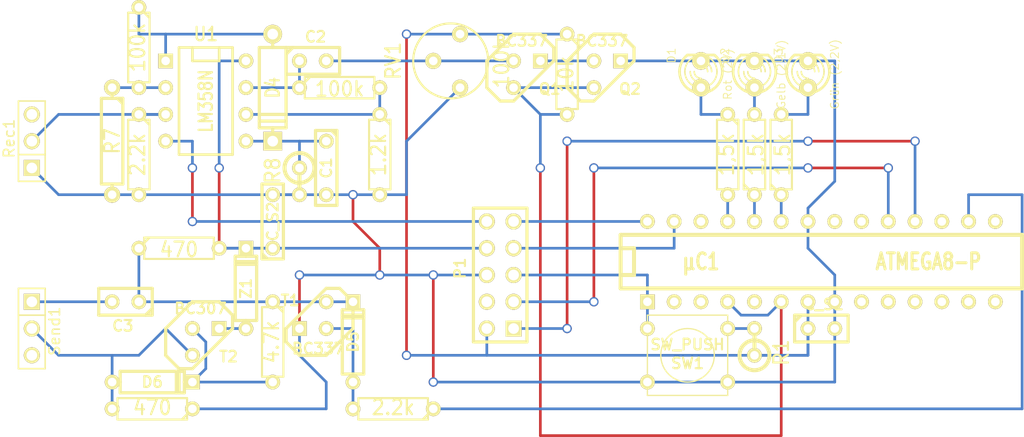
<source format=kicad_pcb>
(kicad_pcb (version 3) (host pcbnew "(2013-may-18)-stable")

  (general
    (links 78)
    (no_connects 3)
    (area 14.7828 80.3275 112.204501 122.047001)
    (thickness 1.6)
    (drawings 0)
    (tracks 162)
    (zones 0)
    (modules 38)
    (nets 33)
  )

  (page A3)
  (layers
    (15 F.Cu signal)
    (0 B.Cu signal)
    (16 B.Adhes user)
    (17 F.Adhes user)
    (18 B.Paste user)
    (19 F.Paste user)
    (20 B.SilkS user)
    (21 F.SilkS user)
    (22 B.Mask user)
    (23 F.Mask user)
    (24 Dwgs.User user)
    (25 Cmts.User user)
    (26 Eco1.User user)
    (27 Eco2.User user)
    (28 Edge.Cuts user)
  )

  (setup
    (last_trace_width 0.254)
    (trace_clearance 0.254)
    (zone_clearance 0.508)
    (zone_45_only no)
    (trace_min 0.254)
    (segment_width 0.2)
    (edge_width 0.15)
    (via_size 0.889)
    (via_drill 0.635)
    (via_min_size 0.889)
    (via_min_drill 0.508)
    (uvia_size 0.508)
    (uvia_drill 0.127)
    (uvias_allowed no)
    (uvia_min_size 0.508)
    (uvia_min_drill 0.127)
    (pcb_text_width 0.3)
    (pcb_text_size 1 1)
    (mod_edge_width 0.15)
    (mod_text_size 1 1)
    (mod_text_width 0.15)
    (pad_size 1 1)
    (pad_drill 0.6)
    (pad_to_mask_clearance 0)
    (aux_axis_origin 0 0)
    (visible_elements FFFFFFBF)
    (pcbplotparams
      (layerselection 3178497)
      (usegerberextensions true)
      (excludeedgelayer true)
      (linewidth 0.150000)
      (plotframeref false)
      (viasonmask false)
      (mode 1)
      (useauxorigin false)
      (hpglpennumber 1)
      (hpglpenspeed 20)
      (hpglpendiameter 15)
      (hpglpenoverlay 2)
      (psnegative false)
      (psa4output false)
      (plotreference true)
      (plotvalue true)
      (plotothertext true)
      (plotinvisibletext false)
      (padsonsilk false)
      (subtractmaskfromsilk false)
      (outputformat 1)
      (mirror false)
      (drillshape 1)
      (scaleselection 1)
      (outputdirectory ""))
  )

  (net 0 "")
  (net 1 +12V)
  (net 2 +5V)
  (net 3 -12V)
  (net 4 /Mikrocontroller/Empfänger/Signal)
  (net 5 "/Mikrocontroller/Sender/40kHz PWM")
  (net 6 GND)
  (net 7 MISO)
  (net 8 MOSI)
  (net 9 N-0000012)
  (net 10 N-0000013)
  (net 11 N-0000015)
  (net 12 N-0000016)
  (net 13 N-0000017)
  (net 14 N-0000022)
  (net 15 N-0000032)
  (net 16 N-0000033)
  (net 17 N-0000034)
  (net 18 N-0000035)
  (net 19 N-0000036)
  (net 20 N-0000037)
  (net 21 N-0000038)
  (net 22 N-0000039)
  (net 23 N-0000040)
  (net 24 N-0000041)
  (net 25 N-0000042)
  (net 26 N-0000043)
  (net 27 N-0000044)
  (net 28 N-0000045)
  (net 29 Reset)
  (net 30 SCK)
  (net 31 SCL)
  (net 32 SDA)

  (net_class Default "This is the default net class."
    (clearance 0.254)
    (trace_width 0.254)
    (via_dia 0.889)
    (via_drill 0.635)
    (uvia_dia 0.508)
    (uvia_drill 0.127)
    (add_net "")
    (add_net +12V)
    (add_net +5V)
    (add_net -12V)
    (add_net /Mikrocontroller/Empfänger/Signal)
    (add_net "/Mikrocontroller/Sender/40kHz PWM")
    (add_net GND)
    (add_net MISO)
    (add_net MOSI)
    (add_net N-0000012)
    (add_net N-0000013)
    (add_net N-0000015)
    (add_net N-0000016)
    (add_net N-0000017)
    (add_net N-0000022)
    (add_net N-0000032)
    (add_net N-0000033)
    (add_net N-0000034)
    (add_net N-0000035)
    (add_net N-0000036)
    (add_net N-0000037)
    (add_net N-0000038)
    (add_net N-0000039)
    (add_net N-0000040)
    (add_net N-0000041)
    (add_net N-0000042)
    (add_net N-0000043)
    (add_net N-0000044)
    (add_net N-0000045)
    (add_net Reset)
    (add_net SCK)
    (add_net SCL)
    (add_net SDA)
  )

  (module TO92-EBC (layer F.Cu) (tedit 4718C1A9) (tstamp 5550C794)
    (at 34.29 113.03)
    (descr "Transistor TO92 brochage type BC237")
    (tags "TR TO92")
    (path /54AEB44F/54AEB4A6/5547845C)
    (fp_text reference T2 (at 2.159 1.397) (layer F.SilkS)
      (effects (font (size 1.016 1.016) (thickness 0.2032)))
    )
    (fp_text value BC307 (at -0.508 -3.175) (layer F.SilkS)
      (effects (font (size 1.016 1.016) (thickness 0.2032)))
    )
    (fp_line (start -1.27 2.54) (end 2.54 -1.27) (layer F.SilkS) (width 0.3048))
    (fp_line (start 2.54 -1.27) (end 2.54 -2.54) (layer F.SilkS) (width 0.3048))
    (fp_line (start 2.54 -2.54) (end 1.27 -3.81) (layer F.SilkS) (width 0.3048))
    (fp_line (start 1.27 -3.81) (end -1.27 -3.81) (layer F.SilkS) (width 0.3048))
    (fp_line (start -1.27 -3.81) (end -3.81 -1.27) (layer F.SilkS) (width 0.3048))
    (fp_line (start -3.81 -1.27) (end -3.81 1.27) (layer F.SilkS) (width 0.3048))
    (fp_line (start -3.81 1.27) (end -2.54 2.54) (layer F.SilkS) (width 0.3048))
    (fp_line (start -2.54 2.54) (end -1.27 2.54) (layer F.SilkS) (width 0.3048))
    (pad E thru_hole rect (at 1.27 -1.27) (size 1.397 1.397) (drill 0.8128)
      (layers *.Cu *.Mask F.SilkS)
      (net 20 N-0000037)
    )
    (pad B thru_hole circle (at -1.27 -1.27) (size 1.397 1.397) (drill 0.8128)
      (layers *.Cu *.Mask F.SilkS)
      (net 17 N-0000034)
    )
    (pad C thru_hole circle (at -1.27 1.27) (size 1.397 1.397) (drill 0.8128)
      (layers *.Cu *.Mask F.SilkS)
      (net 19 N-0000036)
    )
    (model discret/to98.wrl
      (at (xyz 0 0 0))
      (scale (xyz 1 1 1))
      (rotate (xyz 0 0 0))
    )
  )

  (module TO92-EBC (layer F.Cu) (tedit 4718C1A9) (tstamp 5550C7A3)
    (at 44.45 110.49 180)
    (descr "Transistor TO92 brochage type BC237")
    (tags "TR TO92")
    (path /54AEB44F/54AEB4A6/54AFB412)
    (fp_text reference T1 (at 2.159 1.397 180) (layer F.SilkS)
      (effects (font (size 1.016 1.016) (thickness 0.2032)))
    )
    (fp_text value BC337 (at -0.508 -3.175 180) (layer F.SilkS)
      (effects (font (size 1.016 1.016) (thickness 0.2032)))
    )
    (fp_line (start -1.27 2.54) (end 2.54 -1.27) (layer F.SilkS) (width 0.3048))
    (fp_line (start 2.54 -1.27) (end 2.54 -2.54) (layer F.SilkS) (width 0.3048))
    (fp_line (start 2.54 -2.54) (end 1.27 -3.81) (layer F.SilkS) (width 0.3048))
    (fp_line (start 1.27 -3.81) (end -1.27 -3.81) (layer F.SilkS) (width 0.3048))
    (fp_line (start -1.27 -3.81) (end -3.81 -1.27) (layer F.SilkS) (width 0.3048))
    (fp_line (start -3.81 -1.27) (end -3.81 1.27) (layer F.SilkS) (width 0.3048))
    (fp_line (start -3.81 1.27) (end -2.54 2.54) (layer F.SilkS) (width 0.3048))
    (fp_line (start -2.54 2.54) (end -1.27 2.54) (layer F.SilkS) (width 0.3048))
    (pad E thru_hole rect (at 1.27 -1.27 180) (size 1.397 1.397) (drill 0.8128)
      (layers *.Cu *.Mask F.SilkS)
      (net 6 GND)
    )
    (pad B thru_hole circle (at -1.27 -1.27 180) (size 1.397 1.397) (drill 0.8128)
      (layers *.Cu *.Mask F.SilkS)
      (net 18 N-0000035)
    )
    (pad C thru_hole circle (at -1.27 1.27 180) (size 1.397 1.397) (drill 0.8128)
      (layers *.Cu *.Mask F.SilkS)
      (net 16 N-0000033)
    )
    (model discret/to98.wrl
      (at (xyz 0 0 0))
      (scale (xyz 1 1 1))
      (rotate (xyz 0 0 0))
    )
  )

  (module TO92-EBC (layer F.Cu) (tedit 4718C1A9) (tstamp 5550C7B2)
    (at 64.77 87.63)
    (descr "Transistor TO92 brochage type BC237")
    (tags "TR TO92")
    (path /54AEB44F/54AEEF81/554B6E6E)
    (fp_text reference Q1 (at 2.159 1.397) (layer F.SilkS)
      (effects (font (size 1.016 1.016) (thickness 0.2032)))
    )
    (fp_text value BC337 (at -0.508 -3.175) (layer F.SilkS)
      (effects (font (size 1.016 1.016) (thickness 0.2032)))
    )
    (fp_line (start -1.27 2.54) (end 2.54 -1.27) (layer F.SilkS) (width 0.3048))
    (fp_line (start 2.54 -1.27) (end 2.54 -2.54) (layer F.SilkS) (width 0.3048))
    (fp_line (start 2.54 -2.54) (end 1.27 -3.81) (layer F.SilkS) (width 0.3048))
    (fp_line (start 1.27 -3.81) (end -1.27 -3.81) (layer F.SilkS) (width 0.3048))
    (fp_line (start -1.27 -3.81) (end -3.81 -1.27) (layer F.SilkS) (width 0.3048))
    (fp_line (start -3.81 -1.27) (end -3.81 1.27) (layer F.SilkS) (width 0.3048))
    (fp_line (start -3.81 1.27) (end -2.54 2.54) (layer F.SilkS) (width 0.3048))
    (fp_line (start -2.54 2.54) (end -1.27 2.54) (layer F.SilkS) (width 0.3048))
    (pad E thru_hole rect (at 1.27 -1.27) (size 1.397 1.397) (drill 0.8128)
      (layers *.Cu *.Mask F.SilkS)
      (net 24 N-0000041)
    )
    (pad B thru_hole circle (at -1.27 -1.27) (size 1.397 1.397) (drill 0.8128)
      (layers *.Cu *.Mask F.SilkS)
      (net 27 N-0000044)
    )
    (pad C thru_hole circle (at -1.27 1.27) (size 1.397 1.397) (drill 0.8128)
      (layers *.Cu *.Mask F.SilkS)
      (net 4 /Mikrocontroller/Empfänger/Signal)
    )
    (model discret/to98.wrl
      (at (xyz 0 0 0))
      (scale (xyz 1 1 1))
      (rotate (xyz 0 0 0))
    )
  )

  (module TO92-EBC (layer F.Cu) (tedit 4718C1A9) (tstamp 5550C7C1)
    (at 72.39 87.63)
    (descr "Transistor TO92 brochage type BC237")
    (tags "TR TO92")
    (path /54AEB44F/54AEEF81/54AEF29B)
    (fp_text reference Q2 (at 2.159 1.397) (layer F.SilkS)
      (effects (font (size 1.016 1.016) (thickness 0.2032)))
    )
    (fp_text value BC337 (at -0.508 -3.175) (layer F.SilkS)
      (effects (font (size 1.016 1.016) (thickness 0.2032)))
    )
    (fp_line (start -1.27 2.54) (end 2.54 -1.27) (layer F.SilkS) (width 0.3048))
    (fp_line (start 2.54 -1.27) (end 2.54 -2.54) (layer F.SilkS) (width 0.3048))
    (fp_line (start 2.54 -2.54) (end 1.27 -3.81) (layer F.SilkS) (width 0.3048))
    (fp_line (start 1.27 -3.81) (end -1.27 -3.81) (layer F.SilkS) (width 0.3048))
    (fp_line (start -1.27 -3.81) (end -3.81 -1.27) (layer F.SilkS) (width 0.3048))
    (fp_line (start -3.81 -1.27) (end -3.81 1.27) (layer F.SilkS) (width 0.3048))
    (fp_line (start -3.81 1.27) (end -2.54 2.54) (layer F.SilkS) (width 0.3048))
    (fp_line (start -2.54 2.54) (end -1.27 2.54) (layer F.SilkS) (width 0.3048))
    (pad E thru_hole rect (at 1.27 -1.27) (size 1.397 1.397) (drill 0.8128)
      (layers *.Cu *.Mask F.SilkS)
      (net 6 GND)
    )
    (pad B thru_hole circle (at -1.27 -1.27) (size 1.397 1.397) (drill 0.8128)
      (layers *.Cu *.Mask F.SilkS)
      (net 24 N-0000041)
    )
    (pad C thru_hole circle (at -1.27 1.27) (size 1.397 1.397) (drill 0.8128)
      (layers *.Cu *.Mask F.SilkS)
      (net 4 /Mikrocontroller/Empfänger/Signal)
    )
    (model discret/to98.wrl
      (at (xyz 0 0 0))
      (scale (xyz 1 1 1))
      (rotate (xyz 0 0 0))
    )
  )

  (module SW_PUSH_SMALL (layer F.Cu) (tedit 46544DB3) (tstamp 5550C7CE)
    (at 80.01 114.3 180)
    (path /54AEB44F/54AEB6AB)
    (fp_text reference SW1 (at 0 -0.762 180) (layer F.SilkS)
      (effects (font (size 1.016 1.016) (thickness 0.2032)))
    )
    (fp_text value SW_PUSH (at 0 1.016 180) (layer F.SilkS)
      (effects (font (size 1.016 1.016) (thickness 0.2032)))
    )
    (fp_circle (center 0 0) (end 0 -2.54) (layer F.SilkS) (width 0.127))
    (fp_line (start -3.81 -3.81) (end 3.81 -3.81) (layer F.SilkS) (width 0.127))
    (fp_line (start 3.81 -3.81) (end 3.81 3.81) (layer F.SilkS) (width 0.127))
    (fp_line (start 3.81 3.81) (end -3.81 3.81) (layer F.SilkS) (width 0.127))
    (fp_line (start -3.81 -3.81) (end -3.81 3.81) (layer F.SilkS) (width 0.127))
    (pad 1 thru_hole circle (at 3.81 -2.54 180) (size 1.397 1.397) (drill 0.8128)
      (layers *.Cu *.Mask F.SilkS)
      (net 6 GND)
    )
    (pad 2 thru_hole circle (at 3.81 2.54 180) (size 1.397 1.397) (drill 0.8128)
      (layers *.Cu *.Mask F.SilkS)
      (net 29 Reset)
    )
    (pad 1 thru_hole circle (at -3.81 -2.54 180) (size 1.397 1.397) (drill 0.8128)
      (layers *.Cu *.Mask F.SilkS)
      (net 6 GND)
    )
    (pad 2 thru_hole circle (at -3.81 2.54 180) (size 1.397 1.397) (drill 0.8128)
      (layers *.Cu *.Mask F.SilkS)
      (net 29 Reset)
    )
  )

  (module RV2 (layer F.Cu) (tedit 3FA15781) (tstamp 5550C7D6)
    (at 57.15 86.36 90)
    (descr "Resistance variable / potentiometre")
    (tags R)
    (path /54AEB44F/54AEEF81/55509E94)
    (autoplace_cost90 10)
    (autoplace_cost180 10)
    (fp_text reference RV1 (at 0 -5.08 90) (layer F.SilkS)
      (effects (font (size 1.397 1.27) (thickness 0.2032)))
    )
    (fp_text value 100k (at -0.254 5.207 90) (layer F.SilkS)
      (effects (font (size 1.397 1.27) (thickness 0.2032)))
    )
    (fp_circle (center 0 0.381) (end 0 -3.175) (layer F.SilkS) (width 0.2032))
    (pad 1 thru_hole circle (at -2.54 1.27 90) (size 1.524 1.524) (drill 0.8128)
      (layers *.Cu *.Mask F.SilkS)
      (net 6 GND)
    )
    (pad 2 thru_hole circle (at 0 -1.27 90) (size 1.524 1.524) (drill 0.8128)
      (layers *.Cu *.Mask F.SilkS)
      (net 27 N-0000044)
    )
    (pad 3 thru_hole circle (at 2.54 1.27 90) (size 1.524 1.524) (drill 0.8128)
      (layers *.Cu *.Mask F.SilkS)
      (net 2 +5V)
    )
    (model discret/adjustable_rx2.wrl
      (at (xyz 0 0 0))
      (scale (xyz 1 1 1))
      (rotate (xyz 0 0 0))
    )
  )

  (module R3 (layer F.Cu) (tedit 4E4C0E65) (tstamp 5550C7E4)
    (at 50.8 95.25 270)
    (descr "Resitance 3 pas")
    (tags R)
    (path /54AEB44F/54AEEF81/55478A5E)
    (autoplace_cost180 10)
    (fp_text reference R10 (at 0 0.127 270) (layer F.SilkS) hide
      (effects (font (size 1.397 1.27) (thickness 0.2032)))
    )
    (fp_text value 1.2k (at 0 0.127 270) (layer F.SilkS)
      (effects (font (size 1.397 1.27) (thickness 0.2032)))
    )
    (fp_line (start -3.81 0) (end -3.302 0) (layer F.SilkS) (width 0.2032))
    (fp_line (start 3.81 0) (end 3.302 0) (layer F.SilkS) (width 0.2032))
    (fp_line (start 3.302 0) (end 3.302 -1.016) (layer F.SilkS) (width 0.2032))
    (fp_line (start 3.302 -1.016) (end -3.302 -1.016) (layer F.SilkS) (width 0.2032))
    (fp_line (start -3.302 -1.016) (end -3.302 1.016) (layer F.SilkS) (width 0.2032))
    (fp_line (start -3.302 1.016) (end 3.302 1.016) (layer F.SilkS) (width 0.2032))
    (fp_line (start 3.302 1.016) (end 3.302 0) (layer F.SilkS) (width 0.2032))
    (fp_line (start -3.302 -0.508) (end -2.794 -1.016) (layer F.SilkS) (width 0.2032))
    (pad 1 thru_hole circle (at -3.81 0 270) (size 1.397 1.397) (drill 0.8128)
      (layers *.Cu *.Mask F.SilkS)
      (net 25 N-0000042)
    )
    (pad 2 thru_hole circle (at 3.81 0 270) (size 1.397 1.397) (drill 0.8128)
      (layers *.Cu *.Mask F.SilkS)
      (net 6 GND)
    )
    (model discret/resistor.wrl
      (at (xyz 0 0 0))
      (scale (xyz 0.3 0.3 0.3))
      (rotate (xyz 0 0 0))
    )
  )

  (module R3 (layer F.Cu) (tedit 4E4C0E65) (tstamp 5550C7F2)
    (at 40.64 113.03 270)
    (descr "Resitance 3 pas")
    (tags R)
    (path /54AEB44F/54AEB4A6/55478002)
    (autoplace_cost180 10)
    (fp_text reference RB2 (at 0 0.127 270) (layer F.SilkS) hide
      (effects (font (size 1.397 1.27) (thickness 0.2032)))
    )
    (fp_text value 4.7k (at 0 0.127 270) (layer F.SilkS)
      (effects (font (size 1.397 1.27) (thickness 0.2032)))
    )
    (fp_line (start -3.81 0) (end -3.302 0) (layer F.SilkS) (width 0.2032))
    (fp_line (start 3.81 0) (end 3.302 0) (layer F.SilkS) (width 0.2032))
    (fp_line (start 3.302 0) (end 3.302 -1.016) (layer F.SilkS) (width 0.2032))
    (fp_line (start 3.302 -1.016) (end -3.302 -1.016) (layer F.SilkS) (width 0.2032))
    (fp_line (start -3.302 -1.016) (end -3.302 1.016) (layer F.SilkS) (width 0.2032))
    (fp_line (start -3.302 1.016) (end 3.302 1.016) (layer F.SilkS) (width 0.2032))
    (fp_line (start 3.302 1.016) (end 3.302 0) (layer F.SilkS) (width 0.2032))
    (fp_line (start -3.302 -0.508) (end -2.794 -1.016) (layer F.SilkS) (width 0.2032))
    (pad 1 thru_hole circle (at -3.81 0 270) (size 1.397 1.397) (drill 0.8128)
      (layers *.Cu *.Mask F.SilkS)
      (net 16 N-0000033)
    )
    (pad 2 thru_hole circle (at 3.81 0 270) (size 1.397 1.397) (drill 0.8128)
      (layers *.Cu *.Mask F.SilkS)
      (net 17 N-0000034)
    )
    (model discret/resistor.wrl
      (at (xyz 0 0 0))
      (scale (xyz 0.3 0.3 0.3))
      (rotate (xyz 0 0 0))
    )
  )

  (module R3 (layer F.Cu) (tedit 4E4C0E65) (tstamp 5550C800)
    (at 29.21 119.38 180)
    (descr "Resitance 3 pas")
    (tags R)
    (path /54AEB44F/54AEB4A6/5501B0A6)
    (autoplace_cost180 10)
    (fp_text reference R13 (at 0 0.127 180) (layer F.SilkS) hide
      (effects (font (size 1.397 1.27) (thickness 0.2032)))
    )
    (fp_text value 470 (at 0 0.127 180) (layer F.SilkS)
      (effects (font (size 1.397 1.27) (thickness 0.2032)))
    )
    (fp_line (start -3.81 0) (end -3.302 0) (layer F.SilkS) (width 0.2032))
    (fp_line (start 3.81 0) (end 3.302 0) (layer F.SilkS) (width 0.2032))
    (fp_line (start 3.302 0) (end 3.302 -1.016) (layer F.SilkS) (width 0.2032))
    (fp_line (start 3.302 -1.016) (end -3.302 -1.016) (layer F.SilkS) (width 0.2032))
    (fp_line (start -3.302 -1.016) (end -3.302 1.016) (layer F.SilkS) (width 0.2032))
    (fp_line (start -3.302 1.016) (end 3.302 1.016) (layer F.SilkS) (width 0.2032))
    (fp_line (start 3.302 1.016) (end 3.302 0) (layer F.SilkS) (width 0.2032))
    (fp_line (start -3.302 -0.508) (end -2.794 -1.016) (layer F.SilkS) (width 0.2032))
    (pad 1 thru_hole circle (at -3.81 0 180) (size 1.397 1.397) (drill 0.8128)
      (layers *.Cu *.Mask F.SilkS)
      (net 6 GND)
    )
    (pad 2 thru_hole circle (at 3.81 0 180) (size 1.397 1.397) (drill 0.8128)
      (layers *.Cu *.Mask F.SilkS)
      (net 19 N-0000036)
    )
    (model discret/resistor.wrl
      (at (xyz 0 0 0))
      (scale (xyz 0.3 0.3 0.3))
      (rotate (xyz 0 0 0))
    )
  )

  (module R3 (layer F.Cu) (tedit 4E4C0E65) (tstamp 5550C80E)
    (at 31.75 104.14)
    (descr "Resitance 3 pas")
    (tags R)
    (path /54AEB44F/54AEB4A6/5501B077)
    (autoplace_cost180 10)
    (fp_text reference R12 (at 0 0.127) (layer F.SilkS) hide
      (effects (font (size 1.397 1.27) (thickness 0.2032)))
    )
    (fp_text value 470 (at 0 0.127) (layer F.SilkS)
      (effects (font (size 1.397 1.27) (thickness 0.2032)))
    )
    (fp_line (start -3.81 0) (end -3.302 0) (layer F.SilkS) (width 0.2032))
    (fp_line (start 3.81 0) (end 3.302 0) (layer F.SilkS) (width 0.2032))
    (fp_line (start 3.302 0) (end 3.302 -1.016) (layer F.SilkS) (width 0.2032))
    (fp_line (start 3.302 -1.016) (end -3.302 -1.016) (layer F.SilkS) (width 0.2032))
    (fp_line (start -3.302 -1.016) (end -3.302 1.016) (layer F.SilkS) (width 0.2032))
    (fp_line (start -3.302 1.016) (end 3.302 1.016) (layer F.SilkS) (width 0.2032))
    (fp_line (start 3.302 1.016) (end 3.302 0) (layer F.SilkS) (width 0.2032))
    (fp_line (start -3.302 -0.508) (end -2.794 -1.016) (layer F.SilkS) (width 0.2032))
    (pad 1 thru_hole circle (at -3.81 0) (size 1.397 1.397) (drill 0.8128)
      (layers *.Cu *.Mask F.SilkS)
      (net 16 N-0000033)
    )
    (pad 2 thru_hole circle (at 3.81 0) (size 1.397 1.397) (drill 0.8128)
      (layers *.Cu *.Mask F.SilkS)
      (net 1 +12V)
    )
    (model discret/resistor.wrl
      (at (xyz 0 0 0))
      (scale (xyz 0.3 0.3 0.3))
      (rotate (xyz 0 0 0))
    )
  )

  (module R3 (layer F.Cu) (tedit 4E4C0E65) (tstamp 5550C81C)
    (at 52.07 119.38 180)
    (descr "Resitance 3 pas")
    (tags R)
    (path /54AEB44F/54AEB4A6/54AFB4CC)
    (autoplace_cost180 10)
    (fp_text reference RB1 (at 0 0.127 180) (layer F.SilkS) hide
      (effects (font (size 1.397 1.27) (thickness 0.2032)))
    )
    (fp_text value 2.2k (at 0 0.127 180) (layer F.SilkS)
      (effects (font (size 1.397 1.27) (thickness 0.2032)))
    )
    (fp_line (start -3.81 0) (end -3.302 0) (layer F.SilkS) (width 0.2032))
    (fp_line (start 3.81 0) (end 3.302 0) (layer F.SilkS) (width 0.2032))
    (fp_line (start 3.302 0) (end 3.302 -1.016) (layer F.SilkS) (width 0.2032))
    (fp_line (start 3.302 -1.016) (end -3.302 -1.016) (layer F.SilkS) (width 0.2032))
    (fp_line (start -3.302 -1.016) (end -3.302 1.016) (layer F.SilkS) (width 0.2032))
    (fp_line (start -3.302 1.016) (end 3.302 1.016) (layer F.SilkS) (width 0.2032))
    (fp_line (start 3.302 1.016) (end 3.302 0) (layer F.SilkS) (width 0.2032))
    (fp_line (start -3.302 -0.508) (end -2.794 -1.016) (layer F.SilkS) (width 0.2032))
    (pad 1 thru_hole circle (at -3.81 0 180) (size 1.397 1.397) (drill 0.8128)
      (layers *.Cu *.Mask F.SilkS)
      (net 5 "/Mikrocontroller/Sender/40kHz PWM")
    )
    (pad 2 thru_hole circle (at 3.81 0 180) (size 1.397 1.397) (drill 0.8128)
      (layers *.Cu *.Mask F.SilkS)
      (net 18 N-0000035)
    )
    (model discret/resistor.wrl
      (at (xyz 0 0 0))
      (scale (xyz 0.3 0.3 0.3))
      (rotate (xyz 0 0 0))
    )
  )

  (module R3 (layer F.Cu) (tedit 4E4C0E65) (tstamp 5550C838)
    (at 46.99 88.9)
    (descr "Resitance 3 pas")
    (tags R)
    (path /54AEB44F/54AEEF81/55478A44)
    (autoplace_cost180 10)
    (fp_text reference R9 (at 0 0.127) (layer F.SilkS) hide
      (effects (font (size 1.397 1.27) (thickness 0.2032)))
    )
    (fp_text value 100k (at 0 0.127) (layer F.SilkS)
      (effects (font (size 1.397 1.27) (thickness 0.2032)))
    )
    (fp_line (start -3.81 0) (end -3.302 0) (layer F.SilkS) (width 0.2032))
    (fp_line (start 3.81 0) (end 3.302 0) (layer F.SilkS) (width 0.2032))
    (fp_line (start 3.302 0) (end 3.302 -1.016) (layer F.SilkS) (width 0.2032))
    (fp_line (start 3.302 -1.016) (end -3.302 -1.016) (layer F.SilkS) (width 0.2032))
    (fp_line (start -3.302 -1.016) (end -3.302 1.016) (layer F.SilkS) (width 0.2032))
    (fp_line (start -3.302 1.016) (end 3.302 1.016) (layer F.SilkS) (width 0.2032))
    (fp_line (start 3.302 1.016) (end 3.302 0) (layer F.SilkS) (width 0.2032))
    (fp_line (start -3.302 -0.508) (end -2.794 -1.016) (layer F.SilkS) (width 0.2032))
    (pad 1 thru_hole circle (at -3.81 0) (size 1.397 1.397) (drill 0.8128)
      (layers *.Cu *.Mask F.SilkS)
      (net 23 N-0000040)
    )
    (pad 2 thru_hole circle (at 3.81 0) (size 1.397 1.397) (drill 0.8128)
      (layers *.Cu *.Mask F.SilkS)
      (net 25 N-0000042)
    )
    (model discret/resistor.wrl
      (at (xyz 0 0 0))
      (scale (xyz 0.3 0.3 0.3))
      (rotate (xyz 0 0 0))
    )
  )

  (module R3 (layer F.Cu) (tedit 4E4C0E65) (tstamp 5550C846)
    (at 27.94 85.09 270)
    (descr "Resitance 3 pas")
    (tags R)
    (path /54AEB44F/54AEEF81/55478A28)
    (autoplace_cost180 10)
    (fp_text reference R6 (at 0 0.127 270) (layer F.SilkS) hide
      (effects (font (size 1.397 1.27) (thickness 0.2032)))
    )
    (fp_text value 100k (at 0 0.127 270) (layer F.SilkS)
      (effects (font (size 1.397 1.27) (thickness 0.2032)))
    )
    (fp_line (start -3.81 0) (end -3.302 0) (layer F.SilkS) (width 0.2032))
    (fp_line (start 3.81 0) (end 3.302 0) (layer F.SilkS) (width 0.2032))
    (fp_line (start 3.302 0) (end 3.302 -1.016) (layer F.SilkS) (width 0.2032))
    (fp_line (start 3.302 -1.016) (end -3.302 -1.016) (layer F.SilkS) (width 0.2032))
    (fp_line (start -3.302 -1.016) (end -3.302 1.016) (layer F.SilkS) (width 0.2032))
    (fp_line (start -3.302 1.016) (end 3.302 1.016) (layer F.SilkS) (width 0.2032))
    (fp_line (start 3.302 1.016) (end 3.302 0) (layer F.SilkS) (width 0.2032))
    (fp_line (start -3.302 -0.508) (end -2.794 -1.016) (layer F.SilkS) (width 0.2032))
    (pad 1 thru_hole circle (at -3.81 0 270) (size 1.397 1.397) (drill 0.8128)
      (layers *.Cu *.Mask F.SilkS)
      (net 22 N-0000039)
    )
    (pad 2 thru_hole circle (at 3.81 0 270) (size 1.397 1.397) (drill 0.8128)
      (layers *.Cu *.Mask F.SilkS)
      (net 21 N-0000038)
    )
    (model discret/resistor.wrl
      (at (xyz 0 0 0))
      (scale (xyz 0.3 0.3 0.3))
      (rotate (xyz 0 0 0))
    )
  )

  (module R3 (layer F.Cu) (tedit 4E4C0E65) (tstamp 5550C862)
    (at 27.94 95.25 270)
    (descr "Resitance 3 pas")
    (tags R)
    (path /54AEB44F/54AEEF81/55017E4D)
    (autoplace_cost180 10)
    (fp_text reference R5 (at 0 0.127 270) (layer F.SilkS) hide
      (effects (font (size 1.397 1.27) (thickness 0.2032)))
    )
    (fp_text value 2.2k (at 0 0.127 270) (layer F.SilkS)
      (effects (font (size 1.397 1.27) (thickness 0.2032)))
    )
    (fp_line (start -3.81 0) (end -3.302 0) (layer F.SilkS) (width 0.2032))
    (fp_line (start 3.81 0) (end 3.302 0) (layer F.SilkS) (width 0.2032))
    (fp_line (start 3.302 0) (end 3.302 -1.016) (layer F.SilkS) (width 0.2032))
    (fp_line (start 3.302 -1.016) (end -3.302 -1.016) (layer F.SilkS) (width 0.2032))
    (fp_line (start -3.302 -1.016) (end -3.302 1.016) (layer F.SilkS) (width 0.2032))
    (fp_line (start -3.302 1.016) (end 3.302 1.016) (layer F.SilkS) (width 0.2032))
    (fp_line (start 3.302 1.016) (end 3.302 0) (layer F.SilkS) (width 0.2032))
    (fp_line (start -3.302 -0.508) (end -2.794 -1.016) (layer F.SilkS) (width 0.2032))
    (pad 1 thru_hole circle (at -3.81 0 270) (size 1.397 1.397) (drill 0.8128)
      (layers *.Cu *.Mask F.SilkS)
      (net 26 N-0000043)
    )
    (pad 2 thru_hole circle (at 3.81 0 270) (size 1.397 1.397) (drill 0.8128)
      (layers *.Cu *.Mask F.SilkS)
      (net 6 GND)
    )
    (model discret/resistor.wrl
      (at (xyz 0 0 0))
      (scale (xyz 0.3 0.3 0.3))
      (rotate (xyz 0 0 0))
    )
  )

  (module R3 (layer F.Cu) (tedit 4E4C0E65) (tstamp 5550C870)
    (at 68.58 87.63 270)
    (descr "Resitance 3 pas")
    (tags R)
    (path /54AEB44F/54AEEF81/54AEF3C0)
    (autoplace_cost180 10)
    (fp_text reference R11 (at 0 0.127 270) (layer F.SilkS) hide
      (effects (font (size 1.397 1.27) (thickness 0.2032)))
    )
    (fp_text value 10k (at 0 0.127 270) (layer F.SilkS)
      (effects (font (size 1.397 1.27) (thickness 0.2032)))
    )
    (fp_line (start -3.81 0) (end -3.302 0) (layer F.SilkS) (width 0.2032))
    (fp_line (start 3.81 0) (end 3.302 0) (layer F.SilkS) (width 0.2032))
    (fp_line (start 3.302 0) (end 3.302 -1.016) (layer F.SilkS) (width 0.2032))
    (fp_line (start 3.302 -1.016) (end -3.302 -1.016) (layer F.SilkS) (width 0.2032))
    (fp_line (start -3.302 -1.016) (end -3.302 1.016) (layer F.SilkS) (width 0.2032))
    (fp_line (start -3.302 1.016) (end 3.302 1.016) (layer F.SilkS) (width 0.2032))
    (fp_line (start 3.302 1.016) (end 3.302 0) (layer F.SilkS) (width 0.2032))
    (fp_line (start -3.302 -0.508) (end -2.794 -1.016) (layer F.SilkS) (width 0.2032))
    (pad 1 thru_hole circle (at -3.81 0 270) (size 1.397 1.397) (drill 0.8128)
      (layers *.Cu *.Mask F.SilkS)
      (net 2 +5V)
    )
    (pad 2 thru_hole circle (at 3.81 0 270) (size 1.397 1.397) (drill 0.8128)
      (layers *.Cu *.Mask F.SilkS)
      (net 4 /Mikrocontroller/Empfänger/Signal)
    )
    (model discret/resistor.wrl
      (at (xyz 0 0 0))
      (scale (xyz 0.3 0.3 0.3))
      (rotate (xyz 0 0 0))
    )
  )

  (module R3 (layer F.Cu) (tedit 4E4C0E65) (tstamp 5550C88C)
    (at 86.36 95.25 90)
    (descr "Resitance 3 pas")
    (tags R)
    (path /54AEB44F/54AEDCF5)
    (autoplace_cost180 10)
    (fp_text reference R3 (at 0 0.127 90) (layer F.SilkS) hide
      (effects (font (size 1.397 1.27) (thickness 0.2032)))
    )
    (fp_text value 1,5k (at 0 0.127 90) (layer F.SilkS)
      (effects (font (size 1.397 1.27) (thickness 0.2032)))
    )
    (fp_line (start -3.81 0) (end -3.302 0) (layer F.SilkS) (width 0.2032))
    (fp_line (start 3.81 0) (end 3.302 0) (layer F.SilkS) (width 0.2032))
    (fp_line (start 3.302 0) (end 3.302 -1.016) (layer F.SilkS) (width 0.2032))
    (fp_line (start 3.302 -1.016) (end -3.302 -1.016) (layer F.SilkS) (width 0.2032))
    (fp_line (start -3.302 -1.016) (end -3.302 1.016) (layer F.SilkS) (width 0.2032))
    (fp_line (start -3.302 1.016) (end 3.302 1.016) (layer F.SilkS) (width 0.2032))
    (fp_line (start 3.302 1.016) (end 3.302 0) (layer F.SilkS) (width 0.2032))
    (fp_line (start -3.302 -0.508) (end -2.794 -1.016) (layer F.SilkS) (width 0.2032))
    (pad 1 thru_hole circle (at -3.81 0 90) (size 1.397 1.397) (drill 0.8128)
      (layers *.Cu *.Mask F.SilkS)
      (net 9 N-0000012)
    )
    (pad 2 thru_hole circle (at 3.81 0 90) (size 1.397 1.397) (drill 0.8128)
      (layers *.Cu *.Mask F.SilkS)
      (net 12 N-0000016)
    )
    (model discret/resistor.wrl
      (at (xyz 0 0 0))
      (scale (xyz 0.3 0.3 0.3))
      (rotate (xyz 0 0 0))
    )
  )

  (module R3 (layer F.Cu) (tedit 4E4C0E65) (tstamp 5550C89A)
    (at 88.9 95.25 90)
    (descr "Resitance 3 pas")
    (tags R)
    (path /54AEB44F/54AEDC96)
    (autoplace_cost180 10)
    (fp_text reference R2 (at 0 0.127 90) (layer F.SilkS) hide
      (effects (font (size 1.397 1.27) (thickness 0.2032)))
    )
    (fp_text value 1,5k (at 0 0.127 90) (layer F.SilkS)
      (effects (font (size 1.397 1.27) (thickness 0.2032)))
    )
    (fp_line (start -3.81 0) (end -3.302 0) (layer F.SilkS) (width 0.2032))
    (fp_line (start 3.81 0) (end 3.302 0) (layer F.SilkS) (width 0.2032))
    (fp_line (start 3.302 0) (end 3.302 -1.016) (layer F.SilkS) (width 0.2032))
    (fp_line (start 3.302 -1.016) (end -3.302 -1.016) (layer F.SilkS) (width 0.2032))
    (fp_line (start -3.302 -1.016) (end -3.302 1.016) (layer F.SilkS) (width 0.2032))
    (fp_line (start -3.302 1.016) (end 3.302 1.016) (layer F.SilkS) (width 0.2032))
    (fp_line (start 3.302 1.016) (end 3.302 0) (layer F.SilkS) (width 0.2032))
    (fp_line (start -3.302 -0.508) (end -2.794 -1.016) (layer F.SilkS) (width 0.2032))
    (pad 1 thru_hole circle (at -3.81 0 90) (size 1.397 1.397) (drill 0.8128)
      (layers *.Cu *.Mask F.SilkS)
      (net 14 N-0000022)
    )
    (pad 2 thru_hole circle (at 3.81 0 90) (size 1.397 1.397) (drill 0.8128)
      (layers *.Cu *.Mask F.SilkS)
      (net 11 N-0000015)
    )
    (model discret/resistor.wrl
      (at (xyz 0 0 0))
      (scale (xyz 0.3 0.3 0.3))
      (rotate (xyz 0 0 0))
    )
  )

  (module R3 (layer F.Cu) (tedit 4E4C0E65) (tstamp 5550C8A8)
    (at 83.82 95.25 270)
    (descr "Resitance 3 pas")
    (tags R)
    (path /54AEB44F/54AEDCA5)
    (autoplace_cost180 10)
    (fp_text reference R4 (at 0 0.127 270) (layer F.SilkS) hide
      (effects (font (size 1.397 1.27) (thickness 0.2032)))
    )
    (fp_text value 1,5k (at 0 0.127 270) (layer F.SilkS)
      (effects (font (size 1.397 1.27) (thickness 0.2032)))
    )
    (fp_line (start -3.81 0) (end -3.302 0) (layer F.SilkS) (width 0.2032))
    (fp_line (start 3.81 0) (end 3.302 0) (layer F.SilkS) (width 0.2032))
    (fp_line (start 3.302 0) (end 3.302 -1.016) (layer F.SilkS) (width 0.2032))
    (fp_line (start 3.302 -1.016) (end -3.302 -1.016) (layer F.SilkS) (width 0.2032))
    (fp_line (start -3.302 -1.016) (end -3.302 1.016) (layer F.SilkS) (width 0.2032))
    (fp_line (start -3.302 1.016) (end 3.302 1.016) (layer F.SilkS) (width 0.2032))
    (fp_line (start 3.302 1.016) (end 3.302 0) (layer F.SilkS) (width 0.2032))
    (fp_line (start -3.302 -0.508) (end -2.794 -1.016) (layer F.SilkS) (width 0.2032))
    (pad 1 thru_hole circle (at -3.81 0 270) (size 1.397 1.397) (drill 0.8128)
      (layers *.Cu *.Mask F.SilkS)
      (net 13 N-0000017)
    )
    (pad 2 thru_hole circle (at 3.81 0 270) (size 1.397 1.397) (drill 0.8128)
      (layers *.Cu *.Mask F.SilkS)
      (net 10 N-0000013)
    )
    (model discret/resistor.wrl
      (at (xyz 0 0 0))
      (scale (xyz 0.3 0.3 0.3))
      (rotate (xyz 0 0 0))
    )
  )

  (module PIN_ARRAY_5x2 (layer F.Cu) (tedit 3FCF2109) (tstamp 5550C8BA)
    (at 62.23 106.68 90)
    (descr "Double rangee de contacts 2 x 5 pins")
    (tags CONN)
    (path /54B1CC21)
    (fp_text reference P1 (at 0.635 -3.81 90) (layer F.SilkS)
      (effects (font (size 1.016 1.016) (thickness 0.2032)))
    )
    (fp_text value CONN_5X2 (at 0 -3.81 90) (layer F.SilkS) hide
      (effects (font (size 1.016 1.016) (thickness 0.2032)))
    )
    (fp_line (start -6.35 -2.54) (end 6.35 -2.54) (layer F.SilkS) (width 0.3048))
    (fp_line (start 6.35 -2.54) (end 6.35 2.54) (layer F.SilkS) (width 0.3048))
    (fp_line (start 6.35 2.54) (end -6.35 2.54) (layer F.SilkS) (width 0.3048))
    (fp_line (start -6.35 2.54) (end -6.35 -2.54) (layer F.SilkS) (width 0.3048))
    (pad 1 thru_hole rect (at -5.08 1.27 90) (size 1.524 1.524) (drill 1.016)
      (layers *.Cu *.Mask F.SilkS)
      (net 7 MISO)
    )
    (pad 2 thru_hole circle (at -5.08 -1.27 90) (size 1.524 1.524) (drill 1.016)
      (layers *.Cu *.Mask F.SilkS)
      (net 2 +5V)
    )
    (pad 3 thru_hole circle (at -2.54 1.27 90) (size 1.524 1.524) (drill 1.016)
      (layers *.Cu *.Mask F.SilkS)
      (net 30 SCK)
    )
    (pad 4 thru_hole circle (at -2.54 -1.27 90) (size 1.524 1.524) (drill 1.016)
      (layers *.Cu *.Mask F.SilkS)
      (net 8 MOSI)
    )
    (pad 5 thru_hole circle (at 0 1.27 90) (size 1.524 1.524) (drill 1.016)
      (layers *.Cu *.Mask F.SilkS)
      (net 29 Reset)
    )
    (pad 6 thru_hole circle (at 0 -1.27 90) (size 1.524 1.524) (drill 1.016)
      (layers *.Cu *.Mask F.SilkS)
      (net 6 GND)
    )
    (pad 7 thru_hole circle (at 2.54 1.27 90) (size 1.524 1.524) (drill 1.016)
      (layers *.Cu *.Mask F.SilkS)
      (net 32 SDA)
    )
    (pad 8 thru_hole circle (at 2.54 -1.27 90) (size 1.524 1.524) (drill 1.016)
      (layers *.Cu *.Mask F.SilkS)
      (net 1 +12V)
    )
    (pad 9 thru_hole circle (at 5.08 1.27 90) (size 1.524 1.524) (drill 1.016)
      (layers *.Cu *.Mask F.SilkS)
      (net 31 SCL)
    )
    (pad 10 thru_hole circle (at 5.08 -1.27 90) (size 1.524 1.524) (drill 1.016)
      (layers *.Cu *.Mask F.SilkS)
      (net 3 -12V)
    )
    (model pin_array/pins_array_5x2.wrl
      (at (xyz 0 0 0))
      (scale (xyz 1 1 1))
      (rotate (xyz 0 0 0))
    )
  )

  (module PIN_ARRAY_3X1 (layer F.Cu) (tedit 4C1130E0) (tstamp 5550C8C6)
    (at 17.78 93.98 90)
    (descr "Connecteur 3 pins")
    (tags "CONN DEV")
    (path /54AEB44F/54AEEF81/54AF15BE)
    (fp_text reference Rec1 (at 0.254 -2.159 90) (layer F.SilkS)
      (effects (font (size 1.016 1.016) (thickness 0.1524)))
    )
    (fp_text value 2.55nF (at 0 -2.159 90) (layer F.SilkS) hide
      (effects (font (size 1.016 1.016) (thickness 0.1524)))
    )
    (fp_line (start -3.81 1.27) (end -3.81 -1.27) (layer F.SilkS) (width 0.1524))
    (fp_line (start -3.81 -1.27) (end 3.81 -1.27) (layer F.SilkS) (width 0.1524))
    (fp_line (start 3.81 -1.27) (end 3.81 1.27) (layer F.SilkS) (width 0.1524))
    (fp_line (start 3.81 1.27) (end -3.81 1.27) (layer F.SilkS) (width 0.1524))
    (fp_line (start -1.27 -1.27) (end -1.27 1.27) (layer F.SilkS) (width 0.1524))
    (pad 1 thru_hole rect (at -2.54 0 90) (size 1.524 1.524) (drill 1.016)
      (layers *.Cu *.Mask F.SilkS)
      (net 6 GND)
    )
    (pad 2 thru_hole circle (at 0 0 90) (size 1.524 1.524) (drill 1.016)
      (layers *.Cu *.Mask F.SilkS)
      (net 26 N-0000043)
    )
    (pad 3 thru_hole circle (at 2.54 0 90) (size 1.524 1.524) (drill 1.016)
      (layers *.Cu *.Mask F.SilkS)
    )
    (model pin_array/pins_array_3x1.wrl
      (at (xyz 0 0 0))
      (scale (xyz 1 1 1))
      (rotate (xyz 0 0 0))
    )
  )

  (module PIN_ARRAY_3X1 (layer F.Cu) (tedit 4C1130E0) (tstamp 5550C8D2)
    (at 17.78 111.76 270)
    (descr "Connecteur 3 pins")
    (tags "CONN DEV")
    (path /54AEB44F/54AEB4A6/54AF9401)
    (fp_text reference Send1 (at 0.254 -2.159 270) (layer F.SilkS)
      (effects (font (size 1.016 1.016) (thickness 0.1524)))
    )
    (fp_text value 2,55n (at 0 -2.159 270) (layer F.SilkS) hide
      (effects (font (size 1.016 1.016) (thickness 0.1524)))
    )
    (fp_line (start -3.81 1.27) (end -3.81 -1.27) (layer F.SilkS) (width 0.1524))
    (fp_line (start -3.81 -1.27) (end 3.81 -1.27) (layer F.SilkS) (width 0.1524))
    (fp_line (start 3.81 -1.27) (end 3.81 1.27) (layer F.SilkS) (width 0.1524))
    (fp_line (start 3.81 1.27) (end -3.81 1.27) (layer F.SilkS) (width 0.1524))
    (fp_line (start -1.27 -1.27) (end -1.27 1.27) (layer F.SilkS) (width 0.1524))
    (pad 1 thru_hole rect (at -2.54 0 270) (size 1.524 1.524) (drill 1.016)
      (layers *.Cu *.Mask F.SilkS)
      (net 15 N-0000032)
    )
    (pad 2 thru_hole circle (at 0 0 270) (size 1.524 1.524) (drill 1.016)
      (layers *.Cu *.Mask F.SilkS)
      (net 19 N-0000036)
    )
    (pad 3 thru_hole circle (at 2.54 0 270) (size 1.524 1.524) (drill 1.016)
      (layers *.Cu *.Mask F.SilkS)
    )
    (model pin_array/pins_array_3x1.wrl
      (at (xyz 0 0 0))
      (scale (xyz 1 1 1))
      (rotate (xyz 0 0 0))
    )
  )

  (module LED-3MM (layer F.Cu) (tedit 50ADE848) (tstamp 5550C8EB)
    (at 81.28 87.63 90)
    (descr "LED 3mm - Lead pitch 100mil (2,54mm)")
    (tags "LED led 3mm 3MM 100mil 2,54mm")
    (path /54AEB44F/54AED7F9)
    (fp_text reference D1 (at 1.778 -2.794 90) (layer F.SilkS)
      (effects (font (size 0.762 0.762) (thickness 0.0889)))
    )
    (fp_text value "Rot (2V)" (at 0 2.54 90) (layer F.SilkS)
      (effects (font (size 0.762 0.762) (thickness 0.0889)))
    )
    (fp_line (start 1.8288 1.27) (end 1.8288 -1.27) (layer F.SilkS) (width 0.254))
    (fp_arc (start 0.254 0) (end -1.27 0) (angle 39.8) (layer F.SilkS) (width 0.1524))
    (fp_arc (start 0.254 0) (end -0.88392 1.01092) (angle 41.6) (layer F.SilkS) (width 0.1524))
    (fp_arc (start 0.254 0) (end 1.4097 -0.9906) (angle 40.6) (layer F.SilkS) (width 0.1524))
    (fp_arc (start 0.254 0) (end 1.778 0) (angle 39.8) (layer F.SilkS) (width 0.1524))
    (fp_arc (start 0.254 0) (end 0.254 -1.524) (angle 54.4) (layer F.SilkS) (width 0.1524))
    (fp_arc (start 0.254 0) (end -0.9652 -0.9144) (angle 53.1) (layer F.SilkS) (width 0.1524))
    (fp_arc (start 0.254 0) (end 1.45542 0.93472) (angle 52.1) (layer F.SilkS) (width 0.1524))
    (fp_arc (start 0.254 0) (end 0.254 1.524) (angle 52.1) (layer F.SilkS) (width 0.1524))
    (fp_arc (start 0.254 0) (end -0.381 0) (angle 90) (layer F.SilkS) (width 0.1524))
    (fp_arc (start 0.254 0) (end -0.762 0) (angle 90) (layer F.SilkS) (width 0.1524))
    (fp_arc (start 0.254 0) (end 0.889 0) (angle 90) (layer F.SilkS) (width 0.1524))
    (fp_arc (start 0.254 0) (end 1.27 0) (angle 90) (layer F.SilkS) (width 0.1524))
    (fp_arc (start 0.254 0) (end 0.254 -2.032) (angle 50.1) (layer F.SilkS) (width 0.254))
    (fp_arc (start 0.254 0) (end -1.5367 -0.95504) (angle 61.9) (layer F.SilkS) (width 0.254))
    (fp_arc (start 0.254 0) (end 1.8034 1.31064) (angle 49.7) (layer F.SilkS) (width 0.254))
    (fp_arc (start 0.254 0) (end 0.254 2.032) (angle 60.2) (layer F.SilkS) (width 0.254))
    (fp_arc (start 0.254 0) (end -1.778 0) (angle 28.3) (layer F.SilkS) (width 0.254))
    (fp_arc (start 0.254 0) (end -1.47574 1.06426) (angle 31.6) (layer F.SilkS) (width 0.254))
    (pad 1 thru_hole circle (at -1.27 0 90) (size 1.6764 1.6764) (drill 0.8128)
      (layers *.Cu *.Mask F.SilkS)
      (net 13 N-0000017)
    )
    (pad 2 thru_hole circle (at 1.27 0 90) (size 1.6764 1.6764) (drill 0.8128)
      (layers *.Cu *.Mask F.SilkS)
      (net 6 GND)
    )
    (model discret/leds/led3_vertical_verde.wrl
      (at (xyz 0 0 0))
      (scale (xyz 1 1 1))
      (rotate (xyz 0 0 0))
    )
  )

  (module LED-3MM (layer F.Cu) (tedit 50ADE848) (tstamp 5550C904)
    (at 91.44 87.63 90)
    (descr "LED 3mm - Lead pitch 100mil (2,54mm)")
    (tags "LED led 3mm 3MM 100mil 2,54mm")
    (path /54AEB44F/54AED7EA)
    (fp_text reference D3 (at 1.778 -2.794 90) (layer F.SilkS)
      (effects (font (size 0.762 0.762) (thickness 0.0889)))
    )
    (fp_text value "Grün (2,2V)" (at 0 2.54 90) (layer F.SilkS)
      (effects (font (size 0.762 0.762) (thickness 0.0889)))
    )
    (fp_line (start 1.8288 1.27) (end 1.8288 -1.27) (layer F.SilkS) (width 0.254))
    (fp_arc (start 0.254 0) (end -1.27 0) (angle 39.8) (layer F.SilkS) (width 0.1524))
    (fp_arc (start 0.254 0) (end -0.88392 1.01092) (angle 41.6) (layer F.SilkS) (width 0.1524))
    (fp_arc (start 0.254 0) (end 1.4097 -0.9906) (angle 40.6) (layer F.SilkS) (width 0.1524))
    (fp_arc (start 0.254 0) (end 1.778 0) (angle 39.8) (layer F.SilkS) (width 0.1524))
    (fp_arc (start 0.254 0) (end 0.254 -1.524) (angle 54.4) (layer F.SilkS) (width 0.1524))
    (fp_arc (start 0.254 0) (end -0.9652 -0.9144) (angle 53.1) (layer F.SilkS) (width 0.1524))
    (fp_arc (start 0.254 0) (end 1.45542 0.93472) (angle 52.1) (layer F.SilkS) (width 0.1524))
    (fp_arc (start 0.254 0) (end 0.254 1.524) (angle 52.1) (layer F.SilkS) (width 0.1524))
    (fp_arc (start 0.254 0) (end -0.381 0) (angle 90) (layer F.SilkS) (width 0.1524))
    (fp_arc (start 0.254 0) (end -0.762 0) (angle 90) (layer F.SilkS) (width 0.1524))
    (fp_arc (start 0.254 0) (end 0.889 0) (angle 90) (layer F.SilkS) (width 0.1524))
    (fp_arc (start 0.254 0) (end 1.27 0) (angle 90) (layer F.SilkS) (width 0.1524))
    (fp_arc (start 0.254 0) (end 0.254 -2.032) (angle 50.1) (layer F.SilkS) (width 0.254))
    (fp_arc (start 0.254 0) (end -1.5367 -0.95504) (angle 61.9) (layer F.SilkS) (width 0.254))
    (fp_arc (start 0.254 0) (end 1.8034 1.31064) (angle 49.7) (layer F.SilkS) (width 0.254))
    (fp_arc (start 0.254 0) (end 0.254 2.032) (angle 60.2) (layer F.SilkS) (width 0.254))
    (fp_arc (start 0.254 0) (end -1.778 0) (angle 28.3) (layer F.SilkS) (width 0.254))
    (fp_arc (start 0.254 0) (end -1.47574 1.06426) (angle 31.6) (layer F.SilkS) (width 0.254))
    (pad 1 thru_hole circle (at -1.27 0 90) (size 1.6764 1.6764) (drill 0.8128)
      (layers *.Cu *.Mask F.SilkS)
      (net 11 N-0000015)
    )
    (pad 2 thru_hole circle (at 1.27 0 90) (size 1.6764 1.6764) (drill 0.8128)
      (layers *.Cu *.Mask F.SilkS)
      (net 6 GND)
    )
    (model discret/leds/led3_vertical_verde.wrl
      (at (xyz 0 0 0))
      (scale (xyz 1 1 1))
      (rotate (xyz 0 0 0))
    )
  )

  (module LED-3MM (layer F.Cu) (tedit 50ADE848) (tstamp 5550C91D)
    (at 86.36 87.63 90)
    (descr "LED 3mm - Lead pitch 100mil (2,54mm)")
    (tags "LED led 3mm 3MM 100mil 2,54mm")
    (path /54AEB44F/54AED7AA)
    (fp_text reference D2 (at 1.778 -2.794 90) (layer F.SilkS)
      (effects (font (size 0.762 0.762) (thickness 0.0889)))
    )
    (fp_text value "Gelb (2,1V)" (at 0 2.54 90) (layer F.SilkS)
      (effects (font (size 0.762 0.762) (thickness 0.0889)))
    )
    (fp_line (start 1.8288 1.27) (end 1.8288 -1.27) (layer F.SilkS) (width 0.254))
    (fp_arc (start 0.254 0) (end -1.27 0) (angle 39.8) (layer F.SilkS) (width 0.1524))
    (fp_arc (start 0.254 0) (end -0.88392 1.01092) (angle 41.6) (layer F.SilkS) (width 0.1524))
    (fp_arc (start 0.254 0) (end 1.4097 -0.9906) (angle 40.6) (layer F.SilkS) (width 0.1524))
    (fp_arc (start 0.254 0) (end 1.778 0) (angle 39.8) (layer F.SilkS) (width 0.1524))
    (fp_arc (start 0.254 0) (end 0.254 -1.524) (angle 54.4) (layer F.SilkS) (width 0.1524))
    (fp_arc (start 0.254 0) (end -0.9652 -0.9144) (angle 53.1) (layer F.SilkS) (width 0.1524))
    (fp_arc (start 0.254 0) (end 1.45542 0.93472) (angle 52.1) (layer F.SilkS) (width 0.1524))
    (fp_arc (start 0.254 0) (end 0.254 1.524) (angle 52.1) (layer F.SilkS) (width 0.1524))
    (fp_arc (start 0.254 0) (end -0.381 0) (angle 90) (layer F.SilkS) (width 0.1524))
    (fp_arc (start 0.254 0) (end -0.762 0) (angle 90) (layer F.SilkS) (width 0.1524))
    (fp_arc (start 0.254 0) (end 0.889 0) (angle 90) (layer F.SilkS) (width 0.1524))
    (fp_arc (start 0.254 0) (end 1.27 0) (angle 90) (layer F.SilkS) (width 0.1524))
    (fp_arc (start 0.254 0) (end 0.254 -2.032) (angle 50.1) (layer F.SilkS) (width 0.254))
    (fp_arc (start 0.254 0) (end -1.5367 -0.95504) (angle 61.9) (layer F.SilkS) (width 0.254))
    (fp_arc (start 0.254 0) (end 1.8034 1.31064) (angle 49.7) (layer F.SilkS) (width 0.254))
    (fp_arc (start 0.254 0) (end 0.254 2.032) (angle 60.2) (layer F.SilkS) (width 0.254))
    (fp_arc (start 0.254 0) (end -1.778 0) (angle 28.3) (layer F.SilkS) (width 0.254))
    (fp_arc (start 0.254 0) (end -1.47574 1.06426) (angle 31.6) (layer F.SilkS) (width 0.254))
    (pad 1 thru_hole circle (at -1.27 0 90) (size 1.6764 1.6764) (drill 0.8128)
      (layers *.Cu *.Mask F.SilkS)
      (net 12 N-0000016)
    )
    (pad 2 thru_hole circle (at 1.27 0 90) (size 1.6764 1.6764) (drill 0.8128)
      (layers *.Cu *.Mask F.SilkS)
      (net 6 GND)
    )
    (model discret/leds/led3_vertical_verde.wrl
      (at (xyz 0 0 0))
      (scale (xyz 1 1 1))
      (rotate (xyz 0 0 0))
    )
  )

  (module DIP-8__300 (layer F.Cu) (tedit 43A7F843) (tstamp 5550C930)
    (at 34.29 90.17 270)
    (descr "8 pins DIL package, round pads")
    (tags DIL)
    (path /54AEB44F/54AEEF81/54AEEFBD)
    (fp_text reference U1 (at -6.35 0 360) (layer F.SilkS)
      (effects (font (size 1.27 1.143) (thickness 0.2032)))
    )
    (fp_text value LM358N (at 0 0 270) (layer F.SilkS)
      (effects (font (size 1.27 1.016) (thickness 0.2032)))
    )
    (fp_line (start -5.08 -1.27) (end -3.81 -1.27) (layer F.SilkS) (width 0.254))
    (fp_line (start -3.81 -1.27) (end -3.81 1.27) (layer F.SilkS) (width 0.254))
    (fp_line (start -3.81 1.27) (end -5.08 1.27) (layer F.SilkS) (width 0.254))
    (fp_line (start -5.08 -2.54) (end 5.08 -2.54) (layer F.SilkS) (width 0.254))
    (fp_line (start 5.08 -2.54) (end 5.08 2.54) (layer F.SilkS) (width 0.254))
    (fp_line (start 5.08 2.54) (end -5.08 2.54) (layer F.SilkS) (width 0.254))
    (fp_line (start -5.08 2.54) (end -5.08 -2.54) (layer F.SilkS) (width 0.254))
    (pad 1 thru_hole rect (at -3.81 3.81 270) (size 1.397 1.397) (drill 0.8128)
      (layers *.Cu *.Mask F.SilkS)
      (net 22 N-0000039)
    )
    (pad 2 thru_hole circle (at -1.27 3.81 270) (size 1.397 1.397) (drill 0.8128)
      (layers *.Cu *.Mask F.SilkS)
      (net 21 N-0000038)
    )
    (pad 3 thru_hole circle (at 1.27 3.81 270) (size 1.397 1.397) (drill 0.8128)
      (layers *.Cu *.Mask F.SilkS)
      (net 26 N-0000043)
    )
    (pad 4 thru_hole circle (at 3.81 3.81 270) (size 1.397 1.397) (drill 0.8128)
      (layers *.Cu *.Mask F.SilkS)
      (net 3 -12V)
    )
    (pad 5 thru_hole circle (at 3.81 -3.81 270) (size 1.397 1.397) (drill 0.8128)
      (layers *.Cu *.Mask F.SilkS)
      (net 28 N-0000045)
    )
    (pad 6 thru_hole circle (at 1.27 -3.81 270) (size 1.397 1.397) (drill 0.8128)
      (layers *.Cu *.Mask F.SilkS)
      (net 25 N-0000042)
    )
    (pad 7 thru_hole circle (at -1.27 -3.81 270) (size 1.397 1.397) (drill 0.8128)
      (layers *.Cu *.Mask F.SilkS)
      (net 23 N-0000040)
    )
    (pad 8 thru_hole circle (at -3.81 -3.81 270) (size 1.397 1.397) (drill 0.8128)
      (layers *.Cu *.Mask F.SilkS)
      (net 1 +12V)
    )
    (model dil/dil_8.wrl
      (at (xyz 0 0 0))
      (scale (xyz 1 1 1))
      (rotate (xyz 0 0 0))
    )
  )

  (module DIP-28__300 (layer F.Cu) (tedit 200000) (tstamp 5550C957)
    (at 92.71 105.41)
    (descr "28 pins DIL package, round pads, width 300mil")
    (tags DIL)
    (path /54AEB44F/54AEB6A8)
    (fp_text reference µC1 (at -11.43 0) (layer F.SilkS)
      (effects (font (size 1.524 1.143) (thickness 0.3048)))
    )
    (fp_text value ATMEGA8-P (at 10.16 0) (layer F.SilkS)
      (effects (font (size 1.524 1.143) (thickness 0.3048)))
    )
    (fp_line (start -19.05 -2.54) (end 19.05 -2.54) (layer F.SilkS) (width 0.381))
    (fp_line (start 19.05 -2.54) (end 19.05 2.54) (layer F.SilkS) (width 0.381))
    (fp_line (start 19.05 2.54) (end -19.05 2.54) (layer F.SilkS) (width 0.381))
    (fp_line (start -19.05 2.54) (end -19.05 -2.54) (layer F.SilkS) (width 0.381))
    (fp_line (start -19.05 -1.27) (end -17.78 -1.27) (layer F.SilkS) (width 0.381))
    (fp_line (start -17.78 -1.27) (end -17.78 1.27) (layer F.SilkS) (width 0.381))
    (fp_line (start -17.78 1.27) (end -19.05 1.27) (layer F.SilkS) (width 0.381))
    (pad 2 thru_hole circle (at -13.97 3.81) (size 1.397 1.397) (drill 0.8128)
      (layers *.Cu *.Mask F.SilkS)
    )
    (pad 3 thru_hole circle (at -11.43 3.81) (size 1.397 1.397) (drill 0.8128)
      (layers *.Cu *.Mask F.SilkS)
    )
    (pad 4 thru_hole circle (at -8.89 3.81) (size 1.397 1.397) (drill 0.8128)
      (layers *.Cu *.Mask F.SilkS)
      (net 4 /Mikrocontroller/Empfänger/Signal)
    )
    (pad 5 thru_hole circle (at -6.35 3.81) (size 1.397 1.397) (drill 0.8128)
      (layers *.Cu *.Mask F.SilkS)
    )
    (pad 6 thru_hole circle (at -3.81 3.81) (size 1.397 1.397) (drill 0.8128)
      (layers *.Cu *.Mask F.SilkS)
      (net 4 /Mikrocontroller/Empfänger/Signal)
    )
    (pad 7 thru_hole circle (at -1.27 3.81) (size 1.397 1.397) (drill 0.8128)
      (layers *.Cu *.Mask F.SilkS)
      (net 2 +5V)
    )
    (pad 8 thru_hole circle (at 1.27 3.81) (size 1.397 1.397) (drill 0.8128)
      (layers *.Cu *.Mask F.SilkS)
      (net 6 GND)
    )
    (pad 9 thru_hole circle (at 3.81 3.81) (size 1.397 1.397) (drill 0.8128)
      (layers *.Cu *.Mask F.SilkS)
    )
    (pad 10 thru_hole circle (at 6.35 3.81) (size 1.397 1.397) (drill 0.8128)
      (layers *.Cu *.Mask F.SilkS)
    )
    (pad 11 thru_hole circle (at 8.89 3.81) (size 1.397 1.397) (drill 0.8128)
      (layers *.Cu *.Mask F.SilkS)
    )
    (pad 12 thru_hole circle (at 11.43 3.81) (size 1.397 1.397) (drill 0.8128)
      (layers *.Cu *.Mask F.SilkS)
    )
    (pad 13 thru_hole circle (at 13.97 3.81) (size 1.397 1.397) (drill 0.8128)
      (layers *.Cu *.Mask F.SilkS)
    )
    (pad 14 thru_hole circle (at 16.51 3.81) (size 1.397 1.397) (drill 0.8128)
      (layers *.Cu *.Mask F.SilkS)
    )
    (pad 1 thru_hole rect (at -16.51 3.81) (size 1.397 1.397) (drill 0.8128)
      (layers *.Cu *.Mask F.SilkS)
      (net 29 Reset)
    )
    (pad 15 thru_hole circle (at 16.51 -3.81) (size 1.397 1.397) (drill 0.8128)
      (layers *.Cu *.Mask F.SilkS)
    )
    (pad 16 thru_hole circle (at 13.97 -3.81) (size 1.397 1.397) (drill 0.8128)
      (layers *.Cu *.Mask F.SilkS)
      (net 5 "/Mikrocontroller/Sender/40kHz PWM")
    )
    (pad 17 thru_hole circle (at 11.43 -3.81) (size 1.397 1.397) (drill 0.8128)
      (layers *.Cu *.Mask F.SilkS)
      (net 8 MOSI)
    )
    (pad 18 thru_hole circle (at 8.89 -3.81) (size 1.397 1.397) (drill 0.8128)
      (layers *.Cu *.Mask F.SilkS)
      (net 7 MISO)
    )
    (pad 19 thru_hole circle (at 6.35 -3.81) (size 1.397 1.397) (drill 0.8128)
      (layers *.Cu *.Mask F.SilkS)
      (net 30 SCK)
    )
    (pad 20 thru_hole circle (at 3.81 -3.81) (size 1.397 1.397) (drill 0.8128)
      (layers *.Cu *.Mask F.SilkS)
    )
    (pad 21 thru_hole circle (at 1.27 -3.81) (size 1.397 1.397) (drill 0.8128)
      (layers *.Cu *.Mask F.SilkS)
    )
    (pad 22 thru_hole circle (at -1.27 -3.81) (size 1.397 1.397) (drill 0.8128)
      (layers *.Cu *.Mask F.SilkS)
      (net 6 GND)
    )
    (pad 23 thru_hole circle (at -3.81 -3.81) (size 1.397 1.397) (drill 0.8128)
      (layers *.Cu *.Mask F.SilkS)
      (net 14 N-0000022)
    )
    (pad 24 thru_hole circle (at -6.35 -3.81) (size 1.397 1.397) (drill 0.8128)
      (layers *.Cu *.Mask F.SilkS)
      (net 9 N-0000012)
    )
    (pad 25 thru_hole circle (at -8.89 -3.81) (size 1.397 1.397) (drill 0.8128)
      (layers *.Cu *.Mask F.SilkS)
      (net 10 N-0000013)
    )
    (pad 26 thru_hole circle (at -11.43 -3.81) (size 1.397 1.397) (drill 0.8128)
      (layers *.Cu *.Mask F.SilkS)
    )
    (pad 27 thru_hole circle (at -13.97 -3.81) (size 1.397 1.397) (drill 0.8128)
      (layers *.Cu *.Mask F.SilkS)
      (net 32 SDA)
    )
    (pad 28 thru_hole circle (at -16.51 -3.81) (size 1.397 1.397) (drill 0.8128)
      (layers *.Cu *.Mask F.SilkS)
      (net 31 SCL)
    )
    (model dil/dil_28-w300.wrl
      (at (xyz 0 0 0))
      (scale (xyz 1 1 1))
      (rotate (xyz 0 0 0))
    )
  )

  (module D3 (layer F.Cu) (tedit 200000) (tstamp 5550C977)
    (at 38.1 107.95 90)
    (descr "Diode 3 pas")
    (tags "DIODE DEV")
    (path /54AEB44F/54AEB4A6/54AFB54F)
    (fp_text reference Z1 (at 0 0 90) (layer F.SilkS)
      (effects (font (size 1.016 1.016) (thickness 0.2032)))
    )
    (fp_text value 3.9V (at 0 0 90) (layer F.SilkS) hide
      (effects (font (size 1.016 1.016) (thickness 0.2032)))
    )
    (fp_line (start 3.81 0) (end 3.048 0) (layer F.SilkS) (width 0.3048))
    (fp_line (start 3.048 0) (end 3.048 -1.016) (layer F.SilkS) (width 0.3048))
    (fp_line (start 3.048 -1.016) (end -3.048 -1.016) (layer F.SilkS) (width 0.3048))
    (fp_line (start -3.048 -1.016) (end -3.048 0) (layer F.SilkS) (width 0.3048))
    (fp_line (start -3.048 0) (end -3.81 0) (layer F.SilkS) (width 0.3048))
    (fp_line (start -3.048 0) (end -3.048 1.016) (layer F.SilkS) (width 0.3048))
    (fp_line (start -3.048 1.016) (end 3.048 1.016) (layer F.SilkS) (width 0.3048))
    (fp_line (start 3.048 1.016) (end 3.048 0) (layer F.SilkS) (width 0.3048))
    (fp_line (start 2.54 -1.016) (end 2.54 1.016) (layer F.SilkS) (width 0.3048))
    (fp_line (start 2.286 1.016) (end 2.286 -1.016) (layer F.SilkS) (width 0.3048))
    (pad 2 thru_hole rect (at 3.81 0 90) (size 1.397 1.397) (drill 0.8128)
      (layers *.Cu *.Mask F.SilkS)
      (net 1 +12V)
    )
    (pad 1 thru_hole circle (at -3.81 0 90) (size 1.397 1.397) (drill 0.8128)
      (layers *.Cu *.Mask F.SilkS)
      (net 20 N-0000037)
    )
    (model discret/diode.wrl
      (at (xyz 0 0 0))
      (scale (xyz 0.3 0.3 0.3))
      (rotate (xyz 0 0 0))
    )
  )

  (module D3 (layer F.Cu) (tedit 200000) (tstamp 5550C987)
    (at 48.26 113.03 90)
    (descr "Diode 3 pas")
    (tags "DIODE DEV")
    (path /54AEB44F/54AEB4A6/5547833C)
    (fp_text reference D5 (at 0 0 90) (layer F.SilkS)
      (effects (font (size 1.016 1.016) (thickness 0.2032)))
    )
    (fp_text value DIODE (at 0 0 90) (layer F.SilkS) hide
      (effects (font (size 1.016 1.016) (thickness 0.2032)))
    )
    (fp_line (start 3.81 0) (end 3.048 0) (layer F.SilkS) (width 0.3048))
    (fp_line (start 3.048 0) (end 3.048 -1.016) (layer F.SilkS) (width 0.3048))
    (fp_line (start 3.048 -1.016) (end -3.048 -1.016) (layer F.SilkS) (width 0.3048))
    (fp_line (start -3.048 -1.016) (end -3.048 0) (layer F.SilkS) (width 0.3048))
    (fp_line (start -3.048 0) (end -3.81 0) (layer F.SilkS) (width 0.3048))
    (fp_line (start -3.048 0) (end -3.048 1.016) (layer F.SilkS) (width 0.3048))
    (fp_line (start -3.048 1.016) (end 3.048 1.016) (layer F.SilkS) (width 0.3048))
    (fp_line (start 3.048 1.016) (end 3.048 0) (layer F.SilkS) (width 0.3048))
    (fp_line (start 2.54 -1.016) (end 2.54 1.016) (layer F.SilkS) (width 0.3048))
    (fp_line (start 2.286 1.016) (end 2.286 -1.016) (layer F.SilkS) (width 0.3048))
    (pad 2 thru_hole rect (at 3.81 0 90) (size 1.397 1.397) (drill 0.8128)
      (layers *.Cu *.Mask F.SilkS)
      (net 16 N-0000033)
    )
    (pad 1 thru_hole circle (at -3.81 0 90) (size 1.397 1.397) (drill 0.8128)
      (layers *.Cu *.Mask F.SilkS)
      (net 18 N-0000035)
    )
    (model discret/diode.wrl
      (at (xyz 0 0 0))
      (scale (xyz 0.3 0.3 0.3))
      (rotate (xyz 0 0 0))
    )
  )

  (module D3 (layer F.Cu) (tedit 200000) (tstamp 5550C997)
    (at 29.21 116.84)
    (descr "Diode 3 pas")
    (tags "DIODE DEV")
    (path /54AEB44F/54AEB4A6/5547839D)
    (fp_text reference D6 (at 0 0) (layer F.SilkS)
      (effects (font (size 1.016 1.016) (thickness 0.2032)))
    )
    (fp_text value DIODE (at 0 0) (layer F.SilkS) hide
      (effects (font (size 1.016 1.016) (thickness 0.2032)))
    )
    (fp_line (start 3.81 0) (end 3.048 0) (layer F.SilkS) (width 0.3048))
    (fp_line (start 3.048 0) (end 3.048 -1.016) (layer F.SilkS) (width 0.3048))
    (fp_line (start 3.048 -1.016) (end -3.048 -1.016) (layer F.SilkS) (width 0.3048))
    (fp_line (start -3.048 -1.016) (end -3.048 0) (layer F.SilkS) (width 0.3048))
    (fp_line (start -3.048 0) (end -3.81 0) (layer F.SilkS) (width 0.3048))
    (fp_line (start -3.048 0) (end -3.048 1.016) (layer F.SilkS) (width 0.3048))
    (fp_line (start -3.048 1.016) (end 3.048 1.016) (layer F.SilkS) (width 0.3048))
    (fp_line (start 3.048 1.016) (end 3.048 0) (layer F.SilkS) (width 0.3048))
    (fp_line (start 2.54 -1.016) (end 2.54 1.016) (layer F.SilkS) (width 0.3048))
    (fp_line (start 2.286 1.016) (end 2.286 -1.016) (layer F.SilkS) (width 0.3048))
    (pad 2 thru_hole rect (at 3.81 0) (size 1.397 1.397) (drill 0.8128)
      (layers *.Cu *.Mask F.SilkS)
      (net 17 N-0000034)
    )
    (pad 1 thru_hole circle (at -3.81 0) (size 1.397 1.397) (drill 0.8128)
      (layers *.Cu *.Mask F.SilkS)
      (net 19 N-0000036)
    )
    (model discret/diode.wrl
      (at (xyz 0 0 0))
      (scale (xyz 0.3 0.3 0.3))
      (rotate (xyz 0 0 0))
    )
  )

  (module C1 (layer F.Cu) (tedit 3F92C496) (tstamp 5550C9A2)
    (at 44.45 86.36)
    (descr "Condensateur e = 1 pas")
    (tags C)
    (path /54AEB44F/54AEEF81/55509E85)
    (fp_text reference C2 (at 0.254 -2.286) (layer F.SilkS)
      (effects (font (size 1.016 1.016) (thickness 0.2032)))
    )
    (fp_text value 10n (at 0 -2.286) (layer F.SilkS) hide
      (effects (font (size 1.016 1.016) (thickness 0.2032)))
    )
    (fp_line (start -2.4892 -1.27) (end 2.54 -1.27) (layer F.SilkS) (width 0.3048))
    (fp_line (start 2.54 -1.27) (end 2.54 1.27) (layer F.SilkS) (width 0.3048))
    (fp_line (start 2.54 1.27) (end -2.54 1.27) (layer F.SilkS) (width 0.3048))
    (fp_line (start -2.54 1.27) (end -2.54 -1.27) (layer F.SilkS) (width 0.3048))
    (fp_line (start -2.54 -0.635) (end -1.905 -1.27) (layer F.SilkS) (width 0.3048))
    (pad 1 thru_hole circle (at -1.27 0) (size 1.397 1.397) (drill 0.8128)
      (layers *.Cu *.Mask F.SilkS)
      (net 23 N-0000040)
    )
    (pad 2 thru_hole circle (at 1.27 0) (size 1.397 1.397) (drill 0.8128)
      (layers *.Cu *.Mask F.SilkS)
      (net 27 N-0000044)
    )
    (model discret/capa_1_pas.wrl
      (at (xyz 0 0 0))
      (scale (xyz 1 1 1))
      (rotate (xyz 0 0 0))
    )
  )

  (module C1 (layer F.Cu) (tedit 3F92C496) (tstamp 5550C9B8)
    (at 26.67 109.22 180)
    (descr "Condensateur e = 1 pas")
    (tags C)
    (path /54AEB44F/54AEB4A6/5501B033)
    (fp_text reference C3 (at 0.254 -2.286 180) (layer F.SilkS)
      (effects (font (size 1.016 1.016) (thickness 0.2032)))
    )
    (fp_text value 100n (at 0 -2.286 180) (layer F.SilkS) hide
      (effects (font (size 1.016 1.016) (thickness 0.2032)))
    )
    (fp_line (start -2.4892 -1.27) (end 2.54 -1.27) (layer F.SilkS) (width 0.3048))
    (fp_line (start 2.54 -1.27) (end 2.54 1.27) (layer F.SilkS) (width 0.3048))
    (fp_line (start 2.54 1.27) (end -2.54 1.27) (layer F.SilkS) (width 0.3048))
    (fp_line (start -2.54 1.27) (end -2.54 -1.27) (layer F.SilkS) (width 0.3048))
    (fp_line (start -2.54 -0.635) (end -1.905 -1.27) (layer F.SilkS) (width 0.3048))
    (pad 1 thru_hole circle (at -1.27 0 180) (size 1.397 1.397) (drill 0.8128)
      (layers *.Cu *.Mask F.SilkS)
      (net 16 N-0000033)
    )
    (pad 2 thru_hole circle (at 1.27 0 180) (size 1.397 1.397) (drill 0.8128)
      (layers *.Cu *.Mask F.SilkS)
      (net 15 N-0000032)
    )
    (model discret/capa_1_pas.wrl
      (at (xyz 0 0 0))
      (scale (xyz 1 1 1))
      (rotate (xyz 0 0 0))
    )
  )

  (module C1 (layer F.Cu) (tedit 3F92C496) (tstamp 5550C9C3)
    (at 92.71 111.76)
    (descr "Condensateur e = 1 pas")
    (tags C)
    (path /54AEB44F/54AEB6AD)
    (fp_text reference C_S1 (at 0.254 -2.286) (layer F.SilkS)
      (effects (font (size 1.016 1.016) (thickness 0.2032)))
    )
    (fp_text value 100n (at 0 -2.286) (layer F.SilkS) hide
      (effects (font (size 1.016 1.016) (thickness 0.2032)))
    )
    (fp_line (start -2.4892 -1.27) (end 2.54 -1.27) (layer F.SilkS) (width 0.3048))
    (fp_line (start 2.54 -1.27) (end 2.54 1.27) (layer F.SilkS) (width 0.3048))
    (fp_line (start 2.54 1.27) (end -2.54 1.27) (layer F.SilkS) (width 0.3048))
    (fp_line (start -2.54 1.27) (end -2.54 -1.27) (layer F.SilkS) (width 0.3048))
    (fp_line (start -2.54 -0.635) (end -1.905 -1.27) (layer F.SilkS) (width 0.3048))
    (pad 1 thru_hole circle (at -1.27 0) (size 1.397 1.397) (drill 0.8128)
      (layers *.Cu *.Mask F.SilkS)
      (net 2 +5V)
    )
    (pad 2 thru_hole circle (at 1.27 0) (size 1.397 1.397) (drill 0.8128)
      (layers *.Cu *.Mask F.SilkS)
      (net 6 GND)
    )
    (model discret/capa_1_pas.wrl
      (at (xyz 0 0 0))
      (scale (xyz 1 1 1))
      (rotate (xyz 0 0 0))
    )
  )

  (module R4 (layer F.Cu) (tedit 200000) (tstamp 5550C854)
    (at 25.4 93.98 270)
    (descr "Resitance 4 pas")
    (tags R)
    (path /54AEB44F/54AEEF81/554789E5)
    (autoplace_cost180 10)
    (fp_text reference R7 (at 0 0 270) (layer F.SilkS)
      (effects (font (size 1.397 1.27) (thickness 0.2032)))
    )
    (fp_text value 1.2k (at 0 0 270) (layer F.SilkS) hide
      (effects (font (size 1.397 1.27) (thickness 0.2032)))
    )
    (fp_line (start -5.08 0) (end -4.064 0) (layer F.SilkS) (width 0.3048))
    (fp_line (start -4.064 0) (end -4.064 -1.016) (layer F.SilkS) (width 0.3048))
    (fp_line (start -4.064 -1.016) (end 4.064 -1.016) (layer F.SilkS) (width 0.3048))
    (fp_line (start 4.064 -1.016) (end 4.064 1.016) (layer F.SilkS) (width 0.3048))
    (fp_line (start 4.064 1.016) (end -4.064 1.016) (layer F.SilkS) (width 0.3048))
    (fp_line (start -4.064 1.016) (end -4.064 0) (layer F.SilkS) (width 0.3048))
    (fp_line (start -4.064 -0.508) (end -3.556 -1.016) (layer F.SilkS) (width 0.3048))
    (fp_line (start 5.08 0) (end 4.064 0) (layer F.SilkS) (width 0.3048))
    (pad 1 thru_hole circle (at -5.08 0 270) (size 1.524 1.524) (drill 0.8128)
      (layers *.Cu *.Mask F.SilkS)
      (net 21 N-0000038)
    )
    (pad 2 thru_hole circle (at 5.08 0 270) (size 1.524 1.524) (drill 0.8128)
      (layers *.Cu *.Mask F.SilkS)
      (net 6 GND)
    )
    (model discret/resistor.wrl
      (at (xyz 0 0 0))
      (scale (xyz 0.4 0.4 0.4))
      (rotate (xyz 0 0 0))
    )
  )

  (module D4 (layer F.Cu) (tedit 200000) (tstamp 5550C967)
    (at 40.64 88.9 270)
    (descr "Diode 4 pas")
    (tags "DIODE DEV")
    (path /54AEB44F/54AEEF81/55478AAA)
    (fp_text reference D4 (at 0 0 270) (layer F.SilkS)
      (effects (font (size 1.27 1.016) (thickness 0.2032)))
    )
    (fp_text value DIODE (at 0 0 270) (layer F.SilkS) hide
      (effects (font (size 1.27 1.016) (thickness 0.2032)))
    )
    (fp_line (start -3.81 -1.27) (end 3.81 -1.27) (layer F.SilkS) (width 0.3048))
    (fp_line (start 3.81 -1.27) (end 3.81 1.27) (layer F.SilkS) (width 0.3048))
    (fp_line (start 3.81 1.27) (end -3.81 1.27) (layer F.SilkS) (width 0.3048))
    (fp_line (start -3.81 1.27) (end -3.81 -1.27) (layer F.SilkS) (width 0.3048))
    (fp_line (start 3.175 -1.27) (end 3.175 1.27) (layer F.SilkS) (width 0.3048))
    (fp_line (start 2.54 1.27) (end 2.54 -1.27) (layer F.SilkS) (width 0.3048))
    (fp_line (start -3.81 0) (end -5.08 0) (layer F.SilkS) (width 0.3048))
    (fp_line (start 3.81 0) (end 5.08 0) (layer F.SilkS) (width 0.3048))
    (pad 1 thru_hole circle (at -5.08 0 270) (size 1.778 1.778) (drill 1.016)
      (layers *.Cu *.Mask F.SilkS)
      (net 22 N-0000039)
    )
    (pad 2 thru_hole rect (at 5.08 0 270) (size 1.778 1.778) (drill 1.016)
      (layers *.Cu *.Mask F.SilkS)
      (net 28 N-0000045)
    )
    (model discret/diode.wrl
      (at (xyz 0 0 0))
      (scale (xyz 0.4 0.4 0.4))
      (rotate (xyz 0 0 0))
    )
  )

  (module C2 (layer F.Cu) (tedit 200000) (tstamp 5550CFF5)
    (at 45.72 96.52 270)
    (descr "Condensateur = 2 pas")
    (tags C)
    (path /54AEB44F/54AEEF81/55508CF0)
    (fp_text reference C1 (at 0 0 270) (layer F.SilkS)
      (effects (font (size 1.016 1.016) (thickness 0.2032)))
    )
    (fp_text value 100p (at 0 0 270) (layer F.SilkS) hide
      (effects (font (size 1.016 1.016) (thickness 0.2032)))
    )
    (fp_line (start -3.556 -1.016) (end 3.556 -1.016) (layer F.SilkS) (width 0.3048))
    (fp_line (start 3.556 -1.016) (end 3.556 1.016) (layer F.SilkS) (width 0.3048))
    (fp_line (start 3.556 1.016) (end -3.556 1.016) (layer F.SilkS) (width 0.3048))
    (fp_line (start -3.556 1.016) (end -3.556 -1.016) (layer F.SilkS) (width 0.3048))
    (fp_line (start -3.556 -0.508) (end -3.048 -1.016) (layer F.SilkS) (width 0.3048))
    (pad 1 thru_hole circle (at -2.54 0 270) (size 1.397 1.397) (drill 0.8128)
      (layers *.Cu *.Mask F.SilkS)
      (net 28 N-0000045)
    )
    (pad 2 thru_hole circle (at 2.54 0 270) (size 1.397 1.397) (drill 0.8128)
      (layers *.Cu *.Mask F.SilkS)
      (net 6 GND)
    )
    (model discret/capa_2pas_5x5mm.wrl
      (at (xyz 0 0 0))
      (scale (xyz 1 1 1))
      (rotate (xyz 0 0 0))
    )
  )

  (module R1 (layer F.Cu) (tedit 200000) (tstamp 5550C82A)
    (at 43.18 97.79 270)
    (descr "Resistance verticale")
    (tags R)
    (path /54AEB44F/54AEEF81/55508CFF)
    (autoplace_cost90 10)
    (autoplace_cost180 10)
    (fp_text reference R8 (at -1.016 2.54 270) (layer F.SilkS)
      (effects (font (size 1.397 1.27) (thickness 0.2032)))
    )
    (fp_text value 560k (at -1.143 2.54 270) (layer F.SilkS) hide
      (effects (font (size 1.397 1.27) (thickness 0.2032)))
    )
    (fp_line (start -1.27 0) (end 1.27 0) (layer F.SilkS) (width 0.381))
    (fp_circle (center -1.27 0) (end -0.635 1.27) (layer F.SilkS) (width 0.381))
    (pad 1 thru_hole circle (at -1.27 0 270) (size 1.397 1.397) (drill 0.8128)
      (layers *.Cu *.Mask F.SilkS)
      (net 28 N-0000045)
    )
    (pad 2 thru_hole circle (at 1.27 0 270) (size 1.397 1.397) (drill 0.8128)
      (layers *.Cu *.Mask F.SilkS)
      (net 6 GND)
    )
    (model discret/verti_resistor.wrl
      (at (xyz 0 0 0))
      (scale (xyz 1 1 1))
      (rotate (xyz 0 0 0))
    )
  )

  (module C2 (layer F.Cu) (tedit 200000) (tstamp 5550C9CE)
    (at 40.64 101.6 90)
    (descr "Condensateur = 2 pas")
    (tags C)
    (path /54AEB44F/54AEB4A6/5501B1EE)
    (fp_text reference C_S2 (at 0 0 90) (layer F.SilkS)
      (effects (font (size 1.016 1.016) (thickness 0.2032)))
    )
    (fp_text value 100n (at 0 0 90) (layer F.SilkS) hide
      (effects (font (size 1.016 1.016) (thickness 0.2032)))
    )
    (fp_line (start -3.556 -1.016) (end 3.556 -1.016) (layer F.SilkS) (width 0.3048))
    (fp_line (start 3.556 -1.016) (end 3.556 1.016) (layer F.SilkS) (width 0.3048))
    (fp_line (start 3.556 1.016) (end -3.556 1.016) (layer F.SilkS) (width 0.3048))
    (fp_line (start -3.556 1.016) (end -3.556 -1.016) (layer F.SilkS) (width 0.3048))
    (fp_line (start -3.556 -0.508) (end -3.048 -1.016) (layer F.SilkS) (width 0.3048))
    (pad 1 thru_hole circle (at -2.54 0 90) (size 1.397 1.397) (drill 0.8128)
      (layers *.Cu *.Mask F.SilkS)
      (net 1 +12V)
    )
    (pad 2 thru_hole circle (at 2.54 0 90) (size 1.397 1.397) (drill 0.8128)
      (layers *.Cu *.Mask F.SilkS)
      (net 6 GND)
    )
    (model discret/capa_2pas_5x5mm.wrl
      (at (xyz 0 0 0))
      (scale (xyz 1 1 1))
      (rotate (xyz 0 0 0))
    )
  )

  (module R1 (layer F.Cu) (tedit 200000) (tstamp 5550C87E)
    (at 86.36 113.03 90)
    (descr "Resistance verticale")
    (tags R)
    (path /54AEB44F/54AEB6AC)
    (autoplace_cost90 10)
    (autoplace_cost180 10)
    (fp_text reference R1 (at -1.016 2.54 90) (layer F.SilkS)
      (effects (font (size 1.397 1.27) (thickness 0.2032)))
    )
    (fp_text value 10k (at -1.143 2.54 90) (layer F.SilkS) hide
      (effects (font (size 1.397 1.27) (thickness 0.2032)))
    )
    (fp_line (start -1.27 0) (end 1.27 0) (layer F.SilkS) (width 0.381))
    (fp_circle (center -1.27 0) (end -0.635 1.27) (layer F.SilkS) (width 0.381))
    (pad 1 thru_hole circle (at -1.27 0 90) (size 1.397 1.397) (drill 0.8128)
      (layers *.Cu *.Mask F.SilkS)
      (net 2 +5V)
    )
    (pad 2 thru_hole circle (at 1.27 0 90) (size 1.397 1.397) (drill 0.8128)
      (layers *.Cu *.Mask F.SilkS)
      (net 29 Reset)
    )
    (model discret/verti_resistor.wrl
      (at (xyz 0 0 0))
      (scale (xyz 1 1 1))
      (rotate (xyz 0 0 0))
    )
  )

  (segment (start 35.56 104.14) (end 38.1 104.14) (width 0.254) (layer B.Cu) (net 1))
  (segment (start 40.64 104.14) (end 38.1 104.14) (width 0.254) (layer B.Cu) (net 1))
  (segment (start 38.1 86.36) (end 35.56 86.36) (width 0.254) (layer B.Cu) (net 1))
  (segment (start 35.56 104.14) (end 60.96 104.14) (width 0.254) (layer B.Cu) (net 1) (tstamp 5550D394))
  (via (at 35.56 104.14) (size 0.889) (layers F.Cu B.Cu) (net 1))
  (segment (start 35.56 96.52) (end 35.56 104.14) (width 0.254) (layer F.Cu) (net 1) (tstamp 5550D391))
  (via (at 35.56 96.52) (size 0.889) (layers F.Cu B.Cu) (net 1))
  (segment (start 35.56 86.36) (end 35.56 96.52) (width 0.254) (layer B.Cu) (net 1) (tstamp 5550D38C))
  (segment (start 60.96 111.76) (end 60.96 114.3) (width 0.254) (layer B.Cu) (net 2))
  (via (at 53.34 114.3) (size 0.889) (layers F.Cu B.Cu) (net 2))
  (segment (start 58.42 83.82) (end 53.34 83.82) (width 0.254) (layer B.Cu) (net 2) (tstamp 5551F104))
  (via (at 53.34 83.82) (size 0.889) (layers F.Cu B.Cu) (net 2))
  (segment (start 53.34 114.3) (end 53.34 83.82) (width 0.254) (layer F.Cu) (net 2) (tstamp 5551F0F8))
  (segment (start 53.34 114.3) (end 53.34 114.3) (width 0.254) (layer F.Cu) (net 2) (tstamp 5551F0F7))
  (segment (start 68.58 83.82) (end 58.42 83.82) (width 0.254) (layer B.Cu) (net 2) (status C00000))
  (segment (start 86.36 114.3) (end 91.44 114.3) (width 0.254) (layer B.Cu) (net 2))
  (segment (start 91.44 114.3) (end 91.44 111.76) (width 0.254) (layer B.Cu) (net 2) (tstamp 5551EF09))
  (segment (start 91.44 114.3) (end 91.44 111.76) (width 0.254) (layer B.Cu) (net 2) (tstamp 5551ECEE))
  (segment (start 53.34 114.3) (end 60.96 114.3) (width 0.254) (layer B.Cu) (net 2) (tstamp 5551ECEB))
  (segment (start 60.96 114.3) (end 91.44 114.3) (width 0.254) (layer B.Cu) (net 2) (tstamp 5551F16B))
  (segment (start 91.44 111.76) (end 91.44 109.22) (width 0.254) (layer B.Cu) (net 2) (tstamp 5551ECF5))
  (segment (start 60.96 101.6) (end 33.02 101.6) (width 0.254) (layer B.Cu) (net 3))
  (segment (start 33.02 93.98) (end 30.48 93.98) (width 0.254) (layer B.Cu) (net 3) (tstamp 5550D385))
  (segment (start 33.02 96.52) (end 33.02 93.98) (width 0.254) (layer B.Cu) (net 3) (tstamp 5550D384))
  (via (at 33.02 96.52) (size 0.889) (layers F.Cu B.Cu) (net 3))
  (segment (start 33.02 101.6) (end 33.02 96.52) (width 0.254) (layer F.Cu) (net 3) (tstamp 5550D381))
  (via (at 33.02 101.6) (size 0.889) (layers F.Cu B.Cu) (net 3))
  (segment (start 68.58 91.44) (end 66.04 91.44) (width 0.254) (layer B.Cu) (net 4) (status 400000))
  (segment (start 63.5 88.9) (end 66.04 91.44) (width 0.254) (layer B.Cu) (net 4) (status 400000))
  (segment (start 88.9 121.92) (end 88.9 109.22) (width 0.254) (layer F.Cu) (net 4) (tstamp 5551F281))
  (segment (start 66.04 121.92) (end 88.9 121.92) (width 0.254) (layer F.Cu) (net 4) (tstamp 5551F26F))
  (segment (start 66.04 96.52) (end 66.04 121.92) (width 0.254) (layer F.Cu) (net 4) (tstamp 5551F26E))
  (via (at 66.04 96.52) (size 0.889) (layers F.Cu B.Cu) (net 4))
  (segment (start 66.04 91.44) (end 66.04 96.52) (width 0.254) (layer B.Cu) (net 4) (tstamp 5551F267))
  (via (at 88.9 109.22) (size 0.889) (layers F.Cu B.Cu) (net 4))
  (segment (start 88.9 109.22) (end 87.63 110.49) (width 0.254) (layer B.Cu) (net 4) (tstamp 5551F28F))
  (segment (start 85.09 110.49) (end 83.82 109.22) (width 0.254) (layer B.Cu) (net 4) (tstamp 5551F291))
  (segment (start 87.63 110.49) (end 85.09 110.49) (width 0.254) (layer B.Cu) (net 4) (tstamp 5551F290))
  (segment (start 63.5 88.9) (end 66.04 88.9) (width 0.254) (layer B.Cu) (net 4) (status 400000))
  (segment (start 66.04 88.9) (end 71.12 88.9) (width 0.254) (layer B.Cu) (net 4) (tstamp 5551F0C0) (status 800000))
  (segment (start 106.68 101.6) (end 106.68 99.06) (width 0.254) (layer B.Cu) (net 5))
  (segment (start 111.76 119.38) (end 55.88 119.38) (width 0.254) (layer B.Cu) (net 5) (tstamp 5551F141))
  (segment (start 111.76 99.06) (end 111.76 119.38) (width 0.254) (layer B.Cu) (net 5) (tstamp 5551F139))
  (segment (start 106.68 99.06) (end 111.76 99.06) (width 0.254) (layer B.Cu) (net 5) (tstamp 5551F137))
  (segment (start 73.66 86.36) (end 81.28 86.36) (width 0.254) (layer B.Cu) (net 6) (status C00000))
  (segment (start 50.8 106.68) (end 43.18 106.68) (width 0.254) (layer B.Cu) (net 6))
  (segment (start 43.18 106.68) (end 43.18 111.76) (width 0.254) (layer F.Cu) (net 6) (tstamp 5551F300))
  (via (at 43.18 106.68) (size 0.889) (layers F.Cu B.Cu) (net 6))
  (via (at 55.88 106.68) (size 0.889) (layers F.Cu B.Cu) (net 6))
  (segment (start 76.2 116.84) (end 55.88 116.84) (width 0.254) (layer B.Cu) (net 6) (tstamp 5551F189))
  (via (at 55.88 116.84) (size 0.889) (layers F.Cu B.Cu) (net 6))
  (segment (start 55.88 116.84) (end 55.88 106.68) (width 0.254) (layer F.Cu) (net 6) (tstamp 5551F17F))
  (segment (start 81.28 86.36) (end 86.36 86.36) (width 0.254) (layer B.Cu) (net 6))
  (segment (start 86.36 86.36) (end 91.44 86.36) (width 0.254) (layer B.Cu) (net 6) (tstamp 5551EF2B))
  (segment (start 91.44 86.36) (end 93.98 86.36) (width 0.254) (layer B.Cu) (net 6) (tstamp 5551EF2C))
  (segment (start 93.98 86.36) (end 93.98 97.79) (width 0.254) (layer B.Cu) (net 6) (tstamp 5551EF2E))
  (segment (start 93.98 97.79) (end 92.71 99.06) (width 0.254) (layer B.Cu) (net 6) (tstamp 5551EF2F))
  (segment (start 92.71 99.06) (end 91.44 100.33) (width 0.254) (layer B.Cu) (net 6) (tstamp 5551EF33))
  (segment (start 91.44 100.33) (end 91.44 101.6) (width 0.254) (layer B.Cu) (net 6) (tstamp 5551EF34))
  (segment (start 91.44 101.6) (end 91.44 104.14) (width 0.254) (layer B.Cu) (net 6))
  (segment (start 93.98 106.68) (end 93.98 109.22) (width 0.254) (layer B.Cu) (net 6) (tstamp 5551ED86))
  (segment (start 91.44 104.14) (end 93.98 106.68) (width 0.254) (layer B.Cu) (net 6) (tstamp 5551ED85))
  (segment (start 76.2 116.84) (end 83.82 116.84) (width 0.254) (layer B.Cu) (net 6) (tstamp 5551ED67))
  (segment (start 83.82 116.84) (end 93.98 116.84) (width 0.254) (layer B.Cu) (net 6) (tstamp 5551ED69))
  (segment (start 93.98 116.84) (end 93.98 111.76) (width 0.254) (layer B.Cu) (net 6) (tstamp 5551ED6A))
  (segment (start 93.98 111.76) (end 93.98 109.22) (width 0.254) (layer B.Cu) (net 6) (tstamp 5551ED6E))
  (via (at 48.26 99.06) (size 0.889) (layers F.Cu B.Cu) (net 6))
  (segment (start 48.26 101.6) (end 48.26 99.06) (width 0.254) (layer F.Cu) (net 6) (tstamp 5550D99A))
  (segment (start 48.26 101.6) (end 50.8 104.14) (width 0.254) (layer F.Cu) (net 6) (tstamp 5550D99B))
  (segment (start 50.8 104.14) (end 50.8 106.68) (width 0.254) (layer F.Cu) (net 6) (tstamp 5550D99C))
  (via (at 50.8 106.68) (size 0.889) (layers F.Cu B.Cu) (net 6))
  (segment (start 55.88 106.68) (end 50.8 106.68) (width 0.254) (layer B.Cu) (net 6) (tstamp 5551F17B))
  (segment (start 60.96 106.68) (end 58.42 106.68) (width 0.254) (layer B.Cu) (net 6) (tstamp 5550D99F))
  (segment (start 58.42 106.68) (end 55.88 106.68) (width 0.254) (layer B.Cu) (net 6) (tstamp 5551ED64))
  (segment (start 40.64 99.06) (end 43.18 99.06) (width 0.254) (layer B.Cu) (net 6))
  (segment (start 43.18 111.76) (end 43.18 114.3) (width 0.254) (layer B.Cu) (net 6))
  (segment (start 43.18 114.3) (end 44.45 115.57) (width 0.254) (layer B.Cu) (net 6) (tstamp 5550D90B))
  (segment (start 44.45 115.57) (end 45.72 116.84) (width 0.254) (layer B.Cu) (net 6) (tstamp 5550D90D))
  (segment (start 45.72 116.84) (end 45.72 119.38) (width 0.254) (layer B.Cu) (net 6) (tstamp 5550D90F))
  (segment (start 45.72 119.38) (end 33.02 119.38) (width 0.254) (layer B.Cu) (net 6) (tstamp 5550D910))
  (segment (start 27.94 99.06) (end 43.18 99.06) (width 0.254) (layer B.Cu) (net 6))
  (segment (start 50.8 99.06) (end 48.26 99.06) (width 0.254) (layer B.Cu) (net 6))
  (segment (start 48.26 99.06) (end 45.72 99.06) (width 0.254) (layer B.Cu) (net 6) (tstamp 5550D997))
  (segment (start 45.72 99.06) (end 43.18 99.06) (width 0.254) (layer B.Cu) (net 6) (tstamp 5550D34A))
  (segment (start 58.42 88.9) (end 53.34 93.98) (width 0.254) (layer B.Cu) (net 6) (tstamp 5550D29F))
  (segment (start 53.34 93.98) (end 53.34 99.06) (width 0.254) (layer B.Cu) (net 6) (tstamp 5550D2A0))
  (segment (start 53.34 99.06) (end 50.8 99.06) (width 0.254) (layer B.Cu) (net 6) (tstamp 5550D2A6))
  (segment (start 25.4 99.06) (end 27.94 99.06) (width 0.254) (layer B.Cu) (net 6))
  (segment (start 17.78 96.52) (end 20.32 99.06) (width 0.254) (layer B.Cu) (net 6))
  (segment (start 20.32 99.06) (end 25.4 99.06) (width 0.254) (layer B.Cu) (net 6) (tstamp 5550CE39))
  (segment (start 63.5 111.76) (end 68.58 111.76) (width 0.254) (layer B.Cu) (net 7))
  (segment (start 101.6 93.98) (end 101.6 101.6) (width 0.254) (layer B.Cu) (net 7) (tstamp 5551F208))
  (via (at 101.6 93.98) (size 0.889) (layers F.Cu B.Cu) (net 7))
  (segment (start 91.44 93.98) (end 101.6 93.98) (width 0.254) (layer F.Cu) (net 7) (tstamp 5551F205))
  (via (at 91.44 93.98) (size 0.889) (layers F.Cu B.Cu) (net 7))
  (segment (start 68.58 93.98) (end 91.44 93.98) (width 0.254) (layer B.Cu) (net 7) (tstamp 5551F1FC))
  (via (at 68.58 93.98) (size 0.889) (layers F.Cu B.Cu) (net 7))
  (segment (start 68.58 111.76) (end 68.58 93.98) (width 0.254) (layer F.Cu) (net 7) (tstamp 5551F1F9))
  (via (at 68.58 111.76) (size 0.889) (layers F.Cu B.Cu) (net 7))
  (segment (start 86.36 99.06) (end 86.36 101.6) (width 0.254) (layer B.Cu) (net 9))
  (segment (start 83.82 99.06) (end 83.82 101.6) (width 0.254) (layer B.Cu) (net 10))
  (segment (start 91.44 88.9) (end 91.44 91.44) (width 0.254) (layer B.Cu) (net 11))
  (segment (start 91.44 91.44) (end 88.9 91.44) (width 0.254) (layer B.Cu) (net 11) (tstamp 5551EF4C))
  (segment (start 86.36 91.44) (end 86.36 88.9) (width 0.254) (layer B.Cu) (net 12))
  (segment (start 81.28 88.9) (end 81.28 91.44) (width 0.254) (layer B.Cu) (net 13))
  (segment (start 81.28 91.44) (end 83.82 91.44) (width 0.254) (layer B.Cu) (net 13) (tstamp 5551EF47))
  (segment (start 88.9 99.06) (end 88.9 101.6) (width 0.254) (layer B.Cu) (net 14))
  (segment (start 17.78 109.22) (end 25.4 109.22) (width 0.254) (layer B.Cu) (net 15))
  (segment (start 45.72 109.22) (end 48.26 109.22) (width 0.254) (layer B.Cu) (net 16))
  (segment (start 27.94 104.14) (end 27.94 109.22) (width 0.254) (layer B.Cu) (net 16))
  (segment (start 27.94 109.22) (end 45.72 109.22) (width 0.254) (layer B.Cu) (net 16))
  (segment (start 33.02 116.84) (end 40.64 116.84) (width 0.254) (layer B.Cu) (net 17))
  (segment (start 33.02 111.76) (end 34.29 113.03) (width 0.254) (layer B.Cu) (net 17))
  (segment (start 34.29 115.57) (end 33.02 116.84) (width 0.254) (layer B.Cu) (net 17) (tstamp 5550D6EC))
  (segment (start 34.29 113.03) (end 34.29 115.57) (width 0.254) (layer B.Cu) (net 17) (tstamp 5550D6EB))
  (segment (start 45.72 111.76) (end 48.26 111.76) (width 0.254) (layer B.Cu) (net 18))
  (segment (start 48.26 111.76) (end 48.26 116.84) (width 0.254) (layer B.Cu) (net 18) (tstamp 5551F2F2))
  (segment (start 48.26 116.84) (end 48.26 119.38) (width 0.254) (layer B.Cu) (net 18) (tstamp 5551F2F3))
  (segment (start 25.4 114.3) (end 25.4 116.84) (width 0.254) (layer B.Cu) (net 19))
  (segment (start 25.4 116.84) (end 25.4 119.38) (width 0.254) (layer B.Cu) (net 19) (tstamp 5550D723))
  (segment (start 33.02 114.3) (end 30.48 111.76) (width 0.254) (layer B.Cu) (net 19))
  (segment (start 25.4 114.3) (end 27.94 114.3) (width 0.254) (layer B.Cu) (net 19) (tstamp 5550D5DA))
  (segment (start 20.32 114.3) (end 25.4 114.3) (width 0.254) (layer B.Cu) (net 19) (tstamp 5550D5D9))
  (segment (start 20.32 114.3) (end 17.78 111.76) (width 0.254) (layer B.Cu) (net 19))
  (segment (start 30.48 111.76) (end 27.94 114.3) (width 0.254) (layer B.Cu) (net 19) (tstamp 5550D6EF))
  (segment (start 35.56 111.76) (end 38.1 111.76) (width 0.254) (layer B.Cu) (net 20))
  (segment (start 27.94 88.9) (end 30.48 88.9) (width 0.254) (layer B.Cu) (net 21))
  (segment (start 25.4 88.9) (end 27.94 88.9) (width 0.254) (layer B.Cu) (net 21))
  (segment (start 27.94 83.82) (end 27.94 81.28) (width 0.254) (layer B.Cu) (net 22) (tstamp 5550CFCA))
  (segment (start 30.48 83.82) (end 27.94 83.82) (width 0.254) (layer B.Cu) (net 22))
  (segment (start 30.48 83.82) (end 30.48 86.36) (width 0.254) (layer B.Cu) (net 22) (tstamp 5550CFC7))
  (segment (start 40.64 83.82) (end 30.48 83.82) (width 0.254) (layer B.Cu) (net 22))
  (segment (start 43.18 88.9) (end 43.18 86.36) (width 0.254) (layer B.Cu) (net 23))
  (segment (start 38.1 88.9) (end 43.18 88.9) (width 0.254) (layer B.Cu) (net 23))
  (segment (start 66.04 86.36) (end 71.12 86.36) (width 0.254) (layer B.Cu) (net 24) (status C00000))
  (segment (start 50.8 91.44) (end 38.1 91.44) (width 0.254) (layer B.Cu) (net 25))
  (segment (start 50.8 88.9) (end 50.8 91.44) (width 0.254) (layer B.Cu) (net 25))
  (segment (start 27.94 91.44) (end 30.48 91.44) (width 0.254) (layer B.Cu) (net 26))
  (segment (start 17.78 93.98) (end 20.32 91.44) (width 0.254) (layer B.Cu) (net 26))
  (segment (start 20.32 91.44) (end 30.48 91.44) (width 0.254) (layer B.Cu) (net 26) (tstamp 5550CE07))
  (segment (start 55.88 86.36) (end 63.5 86.36) (width 0.254) (layer B.Cu) (net 27) (status C00000))
  (segment (start 45.72 86.36) (end 55.88 86.36) (width 0.254) (layer B.Cu) (net 27))
  (segment (start 43.18 96.52) (end 43.18 93.98) (width 0.254) (layer B.Cu) (net 28))
  (segment (start 43.18 93.98) (end 45.72 93.98) (width 0.254) (layer B.Cu) (net 28))
  (segment (start 40.64 93.98) (end 43.18 93.98) (width 0.254) (layer B.Cu) (net 28))
  (segment (start 38.1 93.98) (end 40.64 93.98) (width 0.254) (layer B.Cu) (net 28))
  (segment (start 83.82 111.76) (end 86.36 111.76) (width 0.254) (layer B.Cu) (net 29))
  (segment (start 63.5 106.68) (end 76.2 106.68) (width 0.254) (layer B.Cu) (net 29))
  (segment (start 76.2 106.68) (end 76.2 109.22) (width 0.254) (layer B.Cu) (net 29) (tstamp 5551ED60))
  (segment (start 76.2 109.22) (end 76.2 111.76) (width 0.254) (layer B.Cu) (net 29) (tstamp 5551ED61))
  (segment (start 63.5 109.22) (end 71.12 109.22) (width 0.254) (layer B.Cu) (net 30))
  (segment (start 99.06 96.52) (end 99.06 101.6) (width 0.254) (layer B.Cu) (net 30) (tstamp 5551F1DF))
  (via (at 99.06 96.52) (size 0.889) (layers F.Cu B.Cu) (net 30))
  (segment (start 91.44 96.52) (end 99.06 96.52) (width 0.254) (layer F.Cu) (net 30) (tstamp 5551F1DC))
  (via (at 91.44 96.52) (size 0.889) (layers F.Cu B.Cu) (net 30))
  (segment (start 71.12 96.52) (end 91.44 96.52) (width 0.254) (layer B.Cu) (net 30) (tstamp 5551F1D6))
  (via (at 71.12 96.52) (size 0.889) (layers F.Cu B.Cu) (net 30))
  (segment (start 71.12 109.22) (end 71.12 96.52) (width 0.254) (layer F.Cu) (net 30) (tstamp 5551F1D1))
  (via (at 71.12 109.22) (size 0.889) (layers F.Cu B.Cu) (net 30))
  (segment (start 63.5 101.6) (end 76.2 101.6) (width 0.254) (layer B.Cu) (net 31))
  (segment (start 63.5 104.14) (end 78.74 104.14) (width 0.254) (layer B.Cu) (net 32))
  (segment (start 78.74 104.14) (end 78.74 101.6) (width 0.254) (layer B.Cu) (net 32) (tstamp 5551ED9B))

)

</source>
